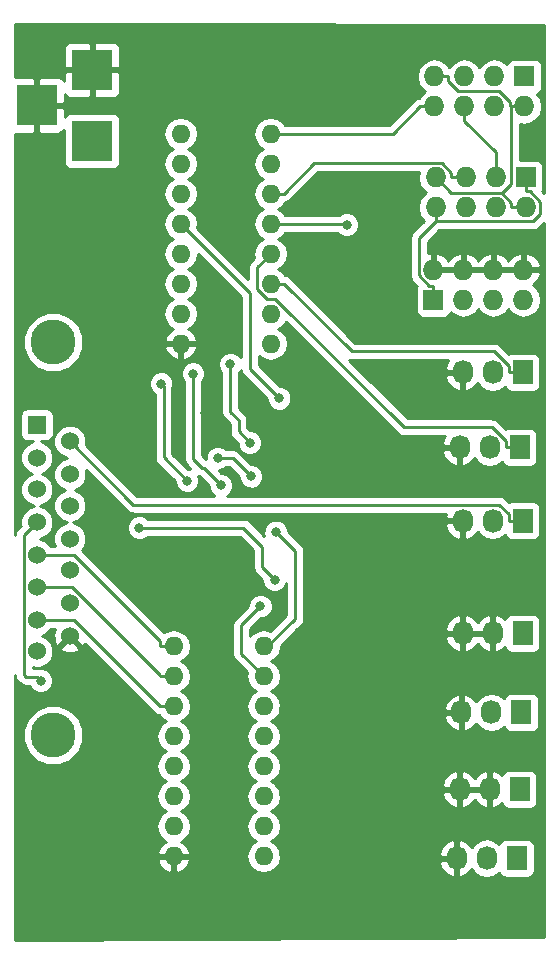
<source format=gbl>
G04 #@! TF.GenerationSoftware,KiCad,Pcbnew,(2017-09-22 revision df472e6)-master*
G04 #@! TF.CreationDate,2017-12-25T08:16:24-08:00*
G04 #@! TF.ProjectId,ody_adap,6F64795F616461702E6B696361645F70,rev?*
G04 #@! TF.SameCoordinates,Original*
G04 #@! TF.FileFunction,Copper,L2,Bot,Signal*
G04 #@! TF.FilePolarity,Positive*
%FSLAX46Y46*%
G04 Gerber Fmt 4.6, Leading zero omitted, Abs format (unit mm)*
G04 Created by KiCad (PCBNEW (2017-09-22 revision df472e6)-master) date Mon Dec 25 08:16:24 2017*
%MOMM*%
%LPD*%
G01*
G04 APERTURE LIST*
%ADD10R,3.500120X3.500120*%
%ADD11C,3.810000*%
%ADD12R,1.524000X1.524000*%
%ADD13C,1.524000*%
%ADD14O,1.727200X2.032000*%
%ADD15R,1.727200X2.032000*%
%ADD16O,1.727200X1.727200*%
%ADD17R,1.727200X1.727200*%
%ADD18O,1.600000X1.600000*%
%ADD19C,0.800000*%
%ADD20C,0.250000*%
%ADD21C,0.254000*%
G04 APERTURE END LIST*
D10*
X103500000Y-63600140D03*
X103500000Y-57600660D03*
X98801000Y-60600400D03*
D11*
X100227000Y-113929000D03*
X100227000Y-80655000D03*
D12*
X98830000Y-87640000D03*
D13*
X98830000Y-90434000D03*
X98830000Y-93101000D03*
X98830000Y-95895000D03*
X98830000Y-98689000D03*
X98830000Y-101356000D03*
X98830000Y-104150000D03*
X98830000Y-106817000D03*
X101624000Y-89037000D03*
X101624000Y-91831000D03*
X101624000Y-94498000D03*
X101624000Y-97292000D03*
X101624000Y-99959000D03*
X101624000Y-102753000D03*
X101624000Y-105547000D03*
D14*
X134370000Y-124350000D03*
X136910000Y-124350000D03*
D15*
X139450000Y-124350000D03*
D14*
X134770000Y-112000000D03*
X137310000Y-112000000D03*
D15*
X139850000Y-112000000D03*
X139950000Y-105300000D03*
D14*
X137410000Y-105300000D03*
X134870000Y-105300000D03*
D15*
X139700000Y-118500000D03*
D14*
X137160000Y-118500000D03*
X134620000Y-118500000D03*
D16*
X132480000Y-60690000D03*
X132480000Y-58150000D03*
X135020000Y-60690000D03*
X135020000Y-58150000D03*
X137560000Y-60690000D03*
X137560000Y-58150000D03*
X140100000Y-60690000D03*
D17*
X140100000Y-58150000D03*
X140200000Y-66700000D03*
D16*
X140200000Y-69240000D03*
X137660000Y-66700000D03*
X137660000Y-69240000D03*
X135120000Y-66700000D03*
X135120000Y-69240000D03*
X132580000Y-66700000D03*
X132580000Y-69240000D03*
D17*
X132400000Y-77050000D03*
D16*
X132400000Y-74510000D03*
X134940000Y-77050000D03*
X134940000Y-74510000D03*
X137480000Y-77050000D03*
X137480000Y-74510000D03*
X140020000Y-77050000D03*
X140020000Y-74510000D03*
D15*
X139950000Y-95750000D03*
D14*
X137410000Y-95750000D03*
X134870000Y-95750000D03*
D15*
X139950000Y-83200000D03*
D14*
X137410000Y-83200000D03*
X134870000Y-83200000D03*
X134620000Y-89550000D03*
X137160000Y-89550000D03*
D15*
X139700000Y-89550000D03*
D18*
X110400000Y-106400000D03*
X110400000Y-108940000D03*
X110400000Y-111480000D03*
X110400000Y-114020000D03*
X110400000Y-116560000D03*
X110400000Y-119100000D03*
X110400000Y-121640000D03*
X110400000Y-124180000D03*
X118020000Y-124180000D03*
X118020000Y-121640000D03*
X118020000Y-119100000D03*
X118020000Y-116560000D03*
X118020000Y-114020000D03*
X118020000Y-111480000D03*
X118020000Y-108940000D03*
X118020000Y-106400000D03*
X118620000Y-63000000D03*
X118620000Y-65540000D03*
X118620000Y-68080000D03*
X118620000Y-70620000D03*
X118620000Y-73160000D03*
X118620000Y-75700000D03*
X118620000Y-78240000D03*
X118620000Y-80780000D03*
X111000000Y-80780000D03*
X111000000Y-78240000D03*
X111000000Y-75700000D03*
X111000000Y-73160000D03*
X111000000Y-70620000D03*
X111000000Y-68080000D03*
X111000000Y-65540000D03*
X111000000Y-63000000D03*
D19*
X99500000Y-77150000D03*
X113050000Y-86650000D03*
X99350000Y-66350000D03*
X127850000Y-120250000D03*
X111600000Y-129450000D03*
X129400000Y-104800000D03*
X127850000Y-108450000D03*
X129950000Y-114050000D03*
X130000000Y-124800000D03*
X102200000Y-129250000D03*
X100900000Y-124600000D03*
X100750000Y-120000000D03*
X132500000Y-85900000D03*
X99150000Y-109300000D03*
X125050000Y-70700000D03*
X119050000Y-96700000D03*
X115200000Y-82500000D03*
X116850000Y-89150000D03*
X117750000Y-103000000D03*
X114150000Y-90450000D03*
X116950000Y-92000000D03*
X107500000Y-96350000D03*
X118950000Y-100750000D03*
X119350000Y-85400000D03*
X112050000Y-83300000D03*
X114400000Y-92750000D03*
X109350000Y-84150000D03*
X111550000Y-92400000D03*
D20*
X99500000Y-77150000D02*
X99500000Y-77250000D01*
X98550000Y-109000000D02*
X98850000Y-109000000D01*
X97711100Y-108811100D02*
X97900000Y-109000000D01*
X97900000Y-109000000D02*
X98550000Y-109000000D01*
X97711100Y-97013900D02*
X97711100Y-107267000D01*
X98830000Y-95895000D02*
X97711100Y-97013900D01*
X97711100Y-107267000D02*
X97711100Y-108811100D01*
X98850000Y-109000000D02*
X99150000Y-109300000D01*
X101986000Y-98689000D02*
X98830000Y-98689000D01*
X109275000Y-105978000D02*
X101986000Y-98689000D01*
X109275000Y-106400000D02*
X109275000Y-105978000D01*
X110400000Y-106400000D02*
X109275000Y-106400000D01*
X101831000Y-101356000D02*
X98830000Y-101356000D01*
X109275000Y-108799000D02*
X101831000Y-101356000D01*
X109275000Y-108940000D02*
X109275000Y-108799000D01*
X110400000Y-108940000D02*
X109275000Y-108940000D01*
X101945000Y-104150000D02*
X98830000Y-104150000D01*
X109275000Y-111480000D02*
X101945000Y-104150000D01*
X110400000Y-111480000D02*
X109275000Y-111480000D01*
X106986000Y-94398500D02*
X101624000Y-89037000D01*
X137930000Y-94398500D02*
X106986000Y-94398500D01*
X138761000Y-95229900D02*
X137930000Y-94398500D01*
X138761000Y-95750000D02*
X138761000Y-95229900D01*
X139950000Y-95750000D02*
X138761000Y-95750000D01*
X132580000Y-69240000D02*
X132580000Y-70428900D01*
X132400000Y-75861100D02*
X132400000Y-77050000D01*
X132028000Y-75861100D02*
X132400000Y-75861100D01*
X131164000Y-74996600D02*
X132028000Y-75861100D01*
X131164000Y-71844900D02*
X131164000Y-74996600D01*
X132580000Y-70428900D02*
X131164000Y-71844900D01*
X140800000Y-70428900D02*
X132580000Y-70428900D01*
X141431000Y-69798200D02*
X140800000Y-70428900D01*
X141431000Y-68748000D02*
X141431000Y-69798200D01*
X140572000Y-67888900D02*
X141431000Y-68748000D01*
X140200000Y-67888900D02*
X140572000Y-67888900D01*
X140200000Y-66700000D02*
X140200000Y-67888900D01*
X128981000Y-63000000D02*
X118620000Y-63000000D01*
X131291000Y-60690000D02*
X128981000Y-63000000D01*
X132480000Y-60690000D02*
X131291000Y-60690000D01*
X124970000Y-70620000D02*
X118620000Y-70620000D01*
X125050000Y-70700000D02*
X124970000Y-70620000D01*
X138911000Y-60690000D02*
X139011000Y-60690000D01*
X138911000Y-60318400D02*
X138911000Y-60690000D01*
X137932000Y-59338900D02*
X138911000Y-60318400D01*
X134486000Y-59338900D02*
X137932000Y-59338900D01*
X133669000Y-58521600D02*
X134486000Y-59338900D01*
X133669000Y-58150000D02*
X133669000Y-58521600D01*
X132480000Y-58150000D02*
X133669000Y-58150000D01*
X139011000Y-67233900D02*
X139011000Y-60690000D01*
X138194000Y-68051100D02*
X139011000Y-67233900D01*
X133931000Y-68051100D02*
X138194000Y-68051100D01*
X132580000Y-66700000D02*
X133931000Y-68051100D01*
X139011000Y-69240000D02*
X140200000Y-69240000D01*
X139011000Y-68868400D02*
X139011000Y-69240000D01*
X138194000Y-68051100D02*
X139011000Y-68868400D01*
X140100000Y-60690000D02*
X139011000Y-60690000D01*
X137660000Y-64518900D02*
X137660000Y-66700000D01*
X135020000Y-61878900D02*
X137660000Y-64518900D01*
X135020000Y-60690000D02*
X135020000Y-61878900D01*
X133931000Y-66700000D02*
X135120000Y-66700000D01*
X133931000Y-66328400D02*
X133931000Y-66700000D01*
X133114000Y-65511100D02*
X133931000Y-66328400D01*
X122314000Y-65511100D02*
X133114000Y-65511100D01*
X119745000Y-68080000D02*
X122314000Y-65511100D01*
X118620000Y-68080000D02*
X119745000Y-68080000D01*
X119745000Y-75700000D02*
X118620000Y-75700000D01*
X125480000Y-81434800D02*
X119745000Y-75700000D01*
X137516000Y-81434800D02*
X125480000Y-81434800D01*
X138761000Y-82679900D02*
X137516000Y-81434800D01*
X138761000Y-83200000D02*
X138761000Y-82679900D01*
X139950000Y-83200000D02*
X138761000Y-83200000D01*
X117481000Y-75200000D02*
X117481000Y-74299000D01*
X117481000Y-74299000D02*
X118620000Y-73160000D01*
X117481000Y-76156000D02*
X117481000Y-75200000D01*
X117481000Y-75200000D02*
X117481000Y-75142700D01*
X118295000Y-76970000D02*
X117481000Y-76156000D01*
X119020000Y-76970000D02*
X118295000Y-76970000D01*
X129901000Y-87851000D02*
X119020000Y-76970000D01*
X137332000Y-87851000D02*
X129901000Y-87851000D01*
X138511000Y-89029900D02*
X137332000Y-87851000D01*
X138511000Y-89550000D02*
X138511000Y-89029900D01*
X139700000Y-89550000D02*
X138511000Y-89550000D01*
X118020000Y-106400000D02*
X118350000Y-106400000D01*
X118350000Y-106400000D02*
X120700000Y-104050000D01*
X120700000Y-104050000D02*
X120700000Y-98350000D01*
X120700000Y-98350000D02*
X119050000Y-96700000D01*
X115200000Y-86550000D02*
X115200000Y-82500000D01*
X115900000Y-87250000D02*
X115200000Y-86550000D01*
X115900000Y-88200000D02*
X115900000Y-87250000D01*
X116850000Y-89150000D02*
X115900000Y-88200000D01*
X118020000Y-108940000D02*
X118020000Y-108920000D01*
X118020000Y-108920000D02*
X116150000Y-107050000D01*
X116150000Y-107050000D02*
X116150000Y-104600000D01*
X116150000Y-104600000D02*
X117750000Y-103000000D01*
X115400000Y-90450000D02*
X114150000Y-90450000D01*
X116950000Y-92000000D02*
X115400000Y-90450000D01*
X116300000Y-96350000D02*
X107500000Y-96350000D01*
X117900000Y-97950000D02*
X116300000Y-96350000D01*
X117900000Y-99700000D02*
X117900000Y-97950000D01*
X118950000Y-100750000D02*
X117900000Y-99700000D01*
X116850000Y-76470000D02*
X111000000Y-70620000D01*
X116850000Y-82900000D02*
X116850000Y-76470000D01*
X119350000Y-85400000D02*
X116850000Y-82900000D01*
X112050000Y-90550000D02*
X112050000Y-83300000D01*
X112800000Y-91300000D02*
X112050000Y-90550000D01*
X112950000Y-91300000D02*
X112800000Y-91300000D01*
X114400000Y-92750000D02*
X112950000Y-91300000D01*
X111550000Y-92400000D02*
X109550000Y-90400000D01*
X109550000Y-90400000D02*
X109550000Y-84350000D01*
X109550000Y-84350000D02*
X109350000Y-84150000D01*
X109350000Y-84150000D02*
X109300000Y-84150000D01*
D21*
G36*
X141790000Y-53824993D02*
X141790000Y-68032177D01*
X141624687Y-67866844D01*
X141661757Y-67811365D01*
X141711040Y-67563600D01*
X141711040Y-65836400D01*
X141661757Y-65588635D01*
X141521409Y-65378591D01*
X141311365Y-65238243D01*
X141063600Y-65188960D01*
X139771000Y-65188960D01*
X139771000Y-62152517D01*
X140100000Y-62217959D01*
X140673489Y-62103885D01*
X141159670Y-61779029D01*
X141484526Y-61292848D01*
X141598600Y-60719359D01*
X141598600Y-60660641D01*
X141484526Y-60087152D01*
X141172096Y-59619568D01*
X141211365Y-59611757D01*
X141421409Y-59471409D01*
X141561757Y-59261365D01*
X141611040Y-59013600D01*
X141611040Y-57286400D01*
X141561757Y-57038635D01*
X141421409Y-56828591D01*
X141211365Y-56688243D01*
X140963600Y-56638960D01*
X139236400Y-56638960D01*
X138988635Y-56688243D01*
X138778591Y-56828591D01*
X138638243Y-57038635D01*
X138630559Y-57077267D01*
X138619670Y-57060971D01*
X138133489Y-56736115D01*
X137560000Y-56622041D01*
X136986511Y-56736115D01*
X136500330Y-57060971D01*
X136290000Y-57375752D01*
X136079670Y-57060971D01*
X135593489Y-56736115D01*
X135020000Y-56622041D01*
X134446511Y-56736115D01*
X133960330Y-57060971D01*
X133750000Y-57375752D01*
X133539670Y-57060971D01*
X133053489Y-56736115D01*
X132480000Y-56622041D01*
X131906511Y-56736115D01*
X131420330Y-57060971D01*
X131095474Y-57547152D01*
X130981400Y-58120641D01*
X130981400Y-58179359D01*
X131095474Y-58752848D01*
X131420330Y-59239029D01*
X131691172Y-59420000D01*
X131420330Y-59600971D01*
X131186604Y-59950766D01*
X131000160Y-59987852D01*
X130753599Y-60152599D01*
X128666198Y-62240000D01*
X119832995Y-62240000D01*
X119662811Y-61985302D01*
X119197264Y-61674233D01*
X118648113Y-61565000D01*
X118591887Y-61565000D01*
X118042736Y-61674233D01*
X117577189Y-61985302D01*
X117266120Y-62450849D01*
X117156887Y-63000000D01*
X117266120Y-63549151D01*
X117577189Y-64014698D01*
X117959275Y-64270000D01*
X117577189Y-64525302D01*
X117266120Y-64990849D01*
X117156887Y-65540000D01*
X117266120Y-66089151D01*
X117577189Y-66554698D01*
X117959275Y-66810000D01*
X117577189Y-67065302D01*
X117266120Y-67530849D01*
X117156887Y-68080000D01*
X117266120Y-68629151D01*
X117577189Y-69094698D01*
X117959275Y-69350000D01*
X117577189Y-69605302D01*
X117266120Y-70070849D01*
X117156887Y-70620000D01*
X117266120Y-71169151D01*
X117577189Y-71634698D01*
X117959275Y-71890000D01*
X117577189Y-72145302D01*
X117266120Y-72610849D01*
X117156887Y-73160000D01*
X117221312Y-73483886D01*
X116943599Y-73761599D01*
X116778852Y-74008161D01*
X116721000Y-74299000D01*
X116721000Y-75266198D01*
X112398688Y-70943886D01*
X112463113Y-70620000D01*
X112353880Y-70070849D01*
X112042811Y-69605302D01*
X111660725Y-69350000D01*
X112042811Y-69094698D01*
X112353880Y-68629151D01*
X112463113Y-68080000D01*
X112353880Y-67530849D01*
X112042811Y-67065302D01*
X111660725Y-66810000D01*
X112042811Y-66554698D01*
X112353880Y-66089151D01*
X112463113Y-65540000D01*
X112353880Y-64990849D01*
X112042811Y-64525302D01*
X111660725Y-64270000D01*
X112042811Y-64014698D01*
X112353880Y-63549151D01*
X112463113Y-63000000D01*
X112353880Y-62450849D01*
X112042811Y-61985302D01*
X111577264Y-61674233D01*
X111028113Y-61565000D01*
X110971887Y-61565000D01*
X110422736Y-61674233D01*
X109957189Y-61985302D01*
X109646120Y-62450849D01*
X109536887Y-63000000D01*
X109646120Y-63549151D01*
X109957189Y-64014698D01*
X110339275Y-64270000D01*
X109957189Y-64525302D01*
X109646120Y-64990849D01*
X109536887Y-65540000D01*
X109646120Y-66089151D01*
X109957189Y-66554698D01*
X110339275Y-66810000D01*
X109957189Y-67065302D01*
X109646120Y-67530849D01*
X109536887Y-68080000D01*
X109646120Y-68629151D01*
X109957189Y-69094698D01*
X110339275Y-69350000D01*
X109957189Y-69605302D01*
X109646120Y-70070849D01*
X109536887Y-70620000D01*
X109646120Y-71169151D01*
X109957189Y-71634698D01*
X110339275Y-71890000D01*
X109957189Y-72145302D01*
X109646120Y-72610849D01*
X109536887Y-73160000D01*
X109646120Y-73709151D01*
X109957189Y-74174698D01*
X110339275Y-74430000D01*
X109957189Y-74685302D01*
X109646120Y-75150849D01*
X109536887Y-75700000D01*
X109646120Y-76249151D01*
X109957189Y-76714698D01*
X110339275Y-76970000D01*
X109957189Y-77225302D01*
X109646120Y-77690849D01*
X109536887Y-78240000D01*
X109646120Y-78789151D01*
X109957189Y-79254698D01*
X110361703Y-79524986D01*
X110144866Y-79627611D01*
X109768959Y-80042577D01*
X109608096Y-80430961D01*
X109730085Y-80653000D01*
X110873000Y-80653000D01*
X110873000Y-80633000D01*
X111127000Y-80633000D01*
X111127000Y-80653000D01*
X112269915Y-80653000D01*
X112391904Y-80430961D01*
X112231041Y-80042577D01*
X111855134Y-79627611D01*
X111638297Y-79524986D01*
X112042811Y-79254698D01*
X112353880Y-78789151D01*
X112463113Y-78240000D01*
X112353880Y-77690849D01*
X112042811Y-77225302D01*
X111660725Y-76970000D01*
X112042811Y-76714698D01*
X112353880Y-76249151D01*
X112463113Y-75700000D01*
X112353880Y-75150849D01*
X112042811Y-74685302D01*
X111660725Y-74430000D01*
X112042811Y-74174698D01*
X112353880Y-73709151D01*
X112463113Y-73160000D01*
X112462595Y-73157397D01*
X116090000Y-76784802D01*
X116090000Y-81943668D01*
X116077942Y-81914485D01*
X115787046Y-81623081D01*
X115406777Y-81465180D01*
X114995029Y-81464821D01*
X114614485Y-81622058D01*
X114323081Y-81912954D01*
X114165180Y-82293223D01*
X114164821Y-82704971D01*
X114322058Y-83085515D01*
X114440000Y-83203663D01*
X114440000Y-86550000D01*
X114497852Y-86840839D01*
X114662599Y-87087401D01*
X115140000Y-87564803D01*
X115140000Y-88200000D01*
X115197852Y-88490839D01*
X115362599Y-88737401D01*
X115814965Y-89189767D01*
X115814821Y-89354971D01*
X115972058Y-89735515D01*
X116262954Y-90026919D01*
X116643223Y-90184820D01*
X117054971Y-90185179D01*
X117435515Y-90027942D01*
X117551746Y-89911913D01*
X133134816Y-89911913D01*
X133328046Y-90464320D01*
X133717964Y-90900732D01*
X134245209Y-91154709D01*
X134260974Y-91157358D01*
X134493000Y-91036217D01*
X134493000Y-89677000D01*
X133279076Y-89677000D01*
X133134816Y-89911913D01*
X117551746Y-89911913D01*
X117726919Y-89737046D01*
X117884820Y-89356777D01*
X117885179Y-88945029D01*
X117727942Y-88564485D01*
X117437046Y-88273081D01*
X117056777Y-88115180D01*
X116889836Y-88115034D01*
X116660000Y-87885198D01*
X116660000Y-87250000D01*
X116602148Y-86959161D01*
X116523088Y-86840839D01*
X116437401Y-86712598D01*
X115960000Y-86235198D01*
X115960000Y-83203761D01*
X116076919Y-83087046D01*
X116110919Y-83005165D01*
X116147852Y-83190839D01*
X116312599Y-83437401D01*
X118314965Y-85439767D01*
X118314821Y-85604971D01*
X118472058Y-85985515D01*
X118762954Y-86276919D01*
X119143223Y-86434820D01*
X119554971Y-86435179D01*
X119935515Y-86277942D01*
X120226919Y-85987046D01*
X120384820Y-85606777D01*
X120385179Y-85195029D01*
X120227942Y-84814485D01*
X119937046Y-84523081D01*
X119556777Y-84365180D01*
X119389836Y-84365034D01*
X117610000Y-82585198D01*
X117610000Y-81816622D01*
X118042736Y-82105767D01*
X118591887Y-82215000D01*
X118648113Y-82215000D01*
X119197264Y-82105767D01*
X119662811Y-81794698D01*
X119973880Y-81329151D01*
X120083113Y-80780000D01*
X119973880Y-80230849D01*
X119662811Y-79765302D01*
X119280725Y-79510000D01*
X119662811Y-79254698D01*
X119889954Y-78914756D01*
X129363599Y-88388401D01*
X129610161Y-88553148D01*
X129901000Y-88611000D01*
X133350097Y-88611000D01*
X133328046Y-88635680D01*
X133134816Y-89188087D01*
X133279076Y-89423000D01*
X134493000Y-89423000D01*
X134493000Y-89403000D01*
X134747000Y-89403000D01*
X134747000Y-89423000D01*
X134767000Y-89423000D01*
X134767000Y-89677000D01*
X134747000Y-89677000D01*
X134747000Y-91036217D01*
X134979026Y-91157358D01*
X134994791Y-91154709D01*
X135522036Y-90900732D01*
X135893539Y-90484931D01*
X136100330Y-90794415D01*
X136586511Y-91119271D01*
X137160000Y-91233345D01*
X137733489Y-91119271D01*
X138219670Y-90794415D01*
X138231016Y-90777434D01*
X138238243Y-90813765D01*
X138378591Y-91023809D01*
X138588635Y-91164157D01*
X138836400Y-91213440D01*
X140563600Y-91213440D01*
X140811365Y-91164157D01*
X141021409Y-91023809D01*
X141161757Y-90813765D01*
X141211040Y-90566000D01*
X141211040Y-88534000D01*
X141161757Y-88286235D01*
X141021409Y-88076191D01*
X140811365Y-87935843D01*
X140563600Y-87886560D01*
X138836400Y-87886560D01*
X138588635Y-87935843D01*
X138530528Y-87974669D01*
X137869378Y-87313576D01*
X137744001Y-87229810D01*
X137622839Y-87148852D01*
X137622823Y-87148849D01*
X137622810Y-87148840D01*
X137478933Y-87120227D01*
X137332000Y-87091000D01*
X130215802Y-87091000D01*
X126686715Y-83561913D01*
X133384816Y-83561913D01*
X133578046Y-84114320D01*
X133967964Y-84550732D01*
X134495209Y-84804709D01*
X134510974Y-84807358D01*
X134743000Y-84686217D01*
X134743000Y-83327000D01*
X133529076Y-83327000D01*
X133384816Y-83561913D01*
X126686715Y-83561913D01*
X125279776Y-82154974D01*
X125335352Y-82166028D01*
X125480000Y-82194800D01*
X133659244Y-82194800D01*
X133578046Y-82285680D01*
X133384816Y-82838087D01*
X133529076Y-83073000D01*
X134743000Y-83073000D01*
X134743000Y-83053000D01*
X134997000Y-83053000D01*
X134997000Y-83073000D01*
X135017000Y-83073000D01*
X135017000Y-83327000D01*
X134997000Y-83327000D01*
X134997000Y-84686217D01*
X135229026Y-84807358D01*
X135244791Y-84804709D01*
X135772036Y-84550732D01*
X136143539Y-84134931D01*
X136350330Y-84444415D01*
X136836511Y-84769271D01*
X137410000Y-84883345D01*
X137983489Y-84769271D01*
X138469670Y-84444415D01*
X138481016Y-84427434D01*
X138488243Y-84463765D01*
X138628591Y-84673809D01*
X138838635Y-84814157D01*
X139086400Y-84863440D01*
X140813600Y-84863440D01*
X141061365Y-84814157D01*
X141271409Y-84673809D01*
X141411757Y-84463765D01*
X141461040Y-84216000D01*
X141461040Y-82184000D01*
X141411757Y-81936235D01*
X141271409Y-81726191D01*
X141061365Y-81585843D01*
X140813600Y-81536560D01*
X139086400Y-81536560D01*
X138838635Y-81585843D01*
X138780579Y-81624635D01*
X138053423Y-80897420D01*
X138053409Y-80897410D01*
X138053401Y-80897399D01*
X137939853Y-80821529D01*
X137806868Y-80732664D01*
X137806852Y-80732661D01*
X137806839Y-80732652D01*
X137660685Y-80703580D01*
X137516031Y-80674800D01*
X137516015Y-80674803D01*
X137516000Y-80674800D01*
X125794795Y-80674800D01*
X120282392Y-75162589D01*
X120142067Y-75068831D01*
X120035839Y-74997852D01*
X120035833Y-74997851D01*
X120035827Y-74997847D01*
X119889648Y-74968772D01*
X119846483Y-74960186D01*
X119662811Y-74685302D01*
X119280725Y-74430000D01*
X119662811Y-74174698D01*
X119973880Y-73709151D01*
X120083113Y-73160000D01*
X119973880Y-72610849D01*
X119662811Y-72145302D01*
X119280725Y-71890000D01*
X119662811Y-71634698D01*
X119832995Y-71380000D01*
X124266378Y-71380000D01*
X124462954Y-71576919D01*
X124843223Y-71734820D01*
X125254971Y-71735179D01*
X125635515Y-71577942D01*
X125926919Y-71287046D01*
X126084820Y-70906777D01*
X126085179Y-70495029D01*
X125927942Y-70114485D01*
X125637046Y-69823081D01*
X125256777Y-69665180D01*
X124845029Y-69664821D01*
X124464485Y-69822058D01*
X124426477Y-69860000D01*
X119832995Y-69860000D01*
X119662811Y-69605302D01*
X119280725Y-69350000D01*
X119662811Y-69094698D01*
X119846483Y-68819814D01*
X119880623Y-68813023D01*
X120035826Y-68782154D01*
X120035833Y-68782149D01*
X120035839Y-68782148D01*
X120130386Y-68718974D01*
X120282391Y-68617412D01*
X122628794Y-66271100D01*
X131160874Y-66271100D01*
X131081400Y-66670641D01*
X131081400Y-66729359D01*
X131195474Y-67302848D01*
X131520330Y-67789029D01*
X131791172Y-67970000D01*
X131520330Y-68150971D01*
X131195474Y-68637152D01*
X131081400Y-69210641D01*
X131081400Y-69269359D01*
X131195474Y-69842848D01*
X131520330Y-70329029D01*
X131571127Y-70362971D01*
X130626599Y-71307499D01*
X130461852Y-71554061D01*
X130404000Y-71844900D01*
X130404000Y-74996600D01*
X130432931Y-75142042D01*
X130461768Y-75287236D01*
X130461830Y-75287329D01*
X130461852Y-75287439D01*
X130543184Y-75409161D01*
X130626443Y-75533846D01*
X130975408Y-75883013D01*
X130938243Y-75938635D01*
X130888960Y-76186400D01*
X130888960Y-77913600D01*
X130938243Y-78161365D01*
X131078591Y-78371409D01*
X131288635Y-78511757D01*
X131536400Y-78561040D01*
X133263600Y-78561040D01*
X133511365Y-78511757D01*
X133721409Y-78371409D01*
X133861757Y-78161365D01*
X133869441Y-78122733D01*
X133880330Y-78139029D01*
X134366511Y-78463885D01*
X134940000Y-78577959D01*
X135513489Y-78463885D01*
X135999670Y-78139029D01*
X136210000Y-77824248D01*
X136420330Y-78139029D01*
X136906511Y-78463885D01*
X137480000Y-78577959D01*
X138053489Y-78463885D01*
X138539670Y-78139029D01*
X138750000Y-77824248D01*
X138960330Y-78139029D01*
X139446511Y-78463885D01*
X140020000Y-78577959D01*
X140593489Y-78463885D01*
X141079670Y-78139029D01*
X141404526Y-77652848D01*
X141518600Y-77079359D01*
X141518600Y-77020641D01*
X141404526Y-76447152D01*
X141079670Y-75960971D01*
X140808839Y-75780008D01*
X141226821Y-75398490D01*
X141474968Y-74869027D01*
X141354469Y-74637000D01*
X140147000Y-74637000D01*
X140147000Y-74657000D01*
X139893000Y-74657000D01*
X139893000Y-74637000D01*
X137607000Y-74637000D01*
X137607000Y-74657000D01*
X137353000Y-74657000D01*
X137353000Y-74637000D01*
X135067000Y-74637000D01*
X135067000Y-74657000D01*
X134813000Y-74657000D01*
X134813000Y-74637000D01*
X132527000Y-74637000D01*
X132527000Y-74657000D01*
X132273000Y-74657000D01*
X132273000Y-74637000D01*
X132253000Y-74637000D01*
X132253000Y-74383000D01*
X132273000Y-74383000D01*
X132273000Y-73176183D01*
X132527000Y-73176183D01*
X132527000Y-74383000D01*
X134813000Y-74383000D01*
X134813000Y-73176183D01*
X135067000Y-73176183D01*
X135067000Y-74383000D01*
X137353000Y-74383000D01*
X137353000Y-73176183D01*
X137607000Y-73176183D01*
X137607000Y-74383000D01*
X139893000Y-74383000D01*
X139893000Y-73176183D01*
X140147000Y-73176183D01*
X140147000Y-74383000D01*
X141354469Y-74383000D01*
X141474968Y-74150973D01*
X141226821Y-73621510D01*
X140794947Y-73227312D01*
X140379026Y-73055042D01*
X140147000Y-73176183D01*
X139893000Y-73176183D01*
X139660974Y-73055042D01*
X139245053Y-73227312D01*
X138813179Y-73621510D01*
X138750000Y-73756313D01*
X138686821Y-73621510D01*
X138254947Y-73227312D01*
X137839026Y-73055042D01*
X137607000Y-73176183D01*
X137353000Y-73176183D01*
X137120974Y-73055042D01*
X136705053Y-73227312D01*
X136273179Y-73621510D01*
X136210000Y-73756313D01*
X136146821Y-73621510D01*
X135714947Y-73227312D01*
X135299026Y-73055042D01*
X135067000Y-73176183D01*
X134813000Y-73176183D01*
X134580974Y-73055042D01*
X134165053Y-73227312D01*
X133733179Y-73621510D01*
X133670000Y-73756313D01*
X133606821Y-73621510D01*
X133174947Y-73227312D01*
X132759026Y-73055042D01*
X132527000Y-73176183D01*
X132273000Y-73176183D01*
X132040974Y-73055042D01*
X131924000Y-73103491D01*
X131924000Y-72159702D01*
X132894802Y-71188900D01*
X140800000Y-71188900D01*
X140945696Y-71159919D01*
X141090672Y-71131117D01*
X141090748Y-71131066D01*
X141090839Y-71131048D01*
X141214135Y-71048664D01*
X141337273Y-70966429D01*
X141790000Y-70513918D01*
X141790000Y-131023928D01*
X96960000Y-131222291D01*
X96960000Y-124529039D01*
X109008096Y-124529039D01*
X109168959Y-124917423D01*
X109544866Y-125332389D01*
X110050959Y-125571914D01*
X110273000Y-125450629D01*
X110273000Y-124307000D01*
X110527000Y-124307000D01*
X110527000Y-125450629D01*
X110749041Y-125571914D01*
X111255134Y-125332389D01*
X111631041Y-124917423D01*
X111791904Y-124529039D01*
X111669915Y-124307000D01*
X110527000Y-124307000D01*
X110273000Y-124307000D01*
X109130085Y-124307000D01*
X109008096Y-124529039D01*
X96960000Y-124529039D01*
X96960000Y-114432021D01*
X97686560Y-114432021D01*
X98072437Y-115365915D01*
X98786327Y-116081052D01*
X99719546Y-116468559D01*
X100730021Y-116469440D01*
X101663915Y-116083563D01*
X102379052Y-115369673D01*
X102766559Y-114436454D01*
X102767440Y-113425979D01*
X102381563Y-112492085D01*
X101667673Y-111776948D01*
X100734454Y-111389441D01*
X99723979Y-111388560D01*
X98790085Y-111774437D01*
X98074948Y-112488327D01*
X97687441Y-113421546D01*
X97686560Y-114432021D01*
X96960000Y-114432021D01*
X96960000Y-108855843D01*
X97008952Y-109101939D01*
X97173699Y-109348501D01*
X97362599Y-109537401D01*
X97609161Y-109702148D01*
X97900000Y-109760000D01*
X98220196Y-109760000D01*
X98272058Y-109885515D01*
X98562954Y-110176919D01*
X98943223Y-110334820D01*
X99354971Y-110335179D01*
X99735515Y-110177942D01*
X100026919Y-109887046D01*
X100184820Y-109506777D01*
X100185179Y-109095029D01*
X100027942Y-108714485D01*
X99737046Y-108423081D01*
X99356777Y-108265180D01*
X98974913Y-108264847D01*
X98850000Y-108240000D01*
X98471100Y-108240000D01*
X98471100Y-108180621D01*
X98550900Y-108213757D01*
X99106661Y-108214242D01*
X99620303Y-108002010D01*
X100013629Y-107609370D01*
X100226757Y-107096100D01*
X100227242Y-106540339D01*
X100221819Y-106527213D01*
X100823392Y-106527213D01*
X100892857Y-106769397D01*
X101416302Y-106956144D01*
X101971368Y-106928362D01*
X102355143Y-106769397D01*
X102424608Y-106527213D01*
X101624000Y-105726605D01*
X100823392Y-106527213D01*
X100221819Y-106527213D01*
X100015010Y-106026697D01*
X99622370Y-105633371D01*
X99261185Y-105483394D01*
X99620303Y-105335010D01*
X100013629Y-104942370D01*
X100027070Y-104910000D01*
X100368016Y-104910000D01*
X100214856Y-105339302D01*
X100242638Y-105894368D01*
X100401603Y-106278143D01*
X100643787Y-106347608D01*
X101444395Y-105547000D01*
X101430253Y-105532858D01*
X101609858Y-105353253D01*
X101624000Y-105367395D01*
X101638143Y-105353253D01*
X101817748Y-105532858D01*
X101803605Y-105547000D01*
X102604213Y-106347608D01*
X102846397Y-106278143D01*
X102886351Y-106166153D01*
X108737599Y-112017401D01*
X108984160Y-112182148D01*
X109032414Y-112191746D01*
X109173517Y-112219814D01*
X109357189Y-112494698D01*
X109739275Y-112750000D01*
X109357189Y-113005302D01*
X109046120Y-113470849D01*
X108936887Y-114020000D01*
X109046120Y-114569151D01*
X109357189Y-115034698D01*
X109739275Y-115290000D01*
X109357189Y-115545302D01*
X109046120Y-116010849D01*
X108936887Y-116560000D01*
X109046120Y-117109151D01*
X109357189Y-117574698D01*
X109739275Y-117830000D01*
X109357189Y-118085302D01*
X109046120Y-118550849D01*
X108936887Y-119100000D01*
X109046120Y-119649151D01*
X109357189Y-120114698D01*
X109739275Y-120370000D01*
X109357189Y-120625302D01*
X109046120Y-121090849D01*
X108936887Y-121640000D01*
X109046120Y-122189151D01*
X109357189Y-122654698D01*
X109761703Y-122924986D01*
X109544866Y-123027611D01*
X109168959Y-123442577D01*
X109008096Y-123830961D01*
X109130085Y-124053000D01*
X110273000Y-124053000D01*
X110273000Y-124033000D01*
X110527000Y-124033000D01*
X110527000Y-124053000D01*
X111669915Y-124053000D01*
X111791904Y-123830961D01*
X111631041Y-123442577D01*
X111255134Y-123027611D01*
X111038297Y-122924986D01*
X111442811Y-122654698D01*
X111753880Y-122189151D01*
X111863113Y-121640000D01*
X111753880Y-121090849D01*
X111442811Y-120625302D01*
X111060725Y-120370000D01*
X111442811Y-120114698D01*
X111753880Y-119649151D01*
X111863113Y-119100000D01*
X111753880Y-118550849D01*
X111442811Y-118085302D01*
X111060725Y-117830000D01*
X111442811Y-117574698D01*
X111753880Y-117109151D01*
X111863113Y-116560000D01*
X111753880Y-116010849D01*
X111442811Y-115545302D01*
X111060725Y-115290000D01*
X111442811Y-115034698D01*
X111753880Y-114569151D01*
X111863113Y-114020000D01*
X111753880Y-113470849D01*
X111442811Y-113005302D01*
X111060725Y-112750000D01*
X111442811Y-112494698D01*
X111753880Y-112029151D01*
X111863113Y-111480000D01*
X111753880Y-110930849D01*
X111442811Y-110465302D01*
X111060725Y-110210000D01*
X111442811Y-109954698D01*
X111753880Y-109489151D01*
X111863113Y-108940000D01*
X111753880Y-108390849D01*
X111442811Y-107925302D01*
X111060725Y-107670000D01*
X111442811Y-107414698D01*
X111753880Y-106949151D01*
X111863113Y-106400000D01*
X111753880Y-105850849D01*
X111442811Y-105385302D01*
X110977264Y-105074233D01*
X110428113Y-104965000D01*
X110371887Y-104965000D01*
X109822736Y-105074233D01*
X109596920Y-105225118D01*
X102631747Y-98259945D01*
X102807629Y-98084370D01*
X103020757Y-97571100D01*
X103021242Y-97015339D01*
X102831023Y-96554971D01*
X106464821Y-96554971D01*
X106622058Y-96935515D01*
X106912954Y-97226919D01*
X107293223Y-97384820D01*
X107704971Y-97385179D01*
X108085515Y-97227942D01*
X108203663Y-97110000D01*
X115985198Y-97110000D01*
X117140000Y-98264802D01*
X117140000Y-99700000D01*
X117197852Y-99990839D01*
X117362599Y-100237401D01*
X117914965Y-100789767D01*
X117914821Y-100954971D01*
X118072058Y-101335515D01*
X118362954Y-101626919D01*
X118743223Y-101784820D01*
X119154971Y-101785179D01*
X119535515Y-101627942D01*
X119826919Y-101337046D01*
X119940000Y-101064716D01*
X119940000Y-103735198D01*
X118599483Y-105075715D01*
X118597264Y-105074233D01*
X118048113Y-104965000D01*
X117991887Y-104965000D01*
X117442736Y-105074233D01*
X116977189Y-105385302D01*
X116910000Y-105485857D01*
X116910000Y-104914802D01*
X117789767Y-104035035D01*
X117954971Y-104035179D01*
X118335515Y-103877942D01*
X118626919Y-103587046D01*
X118784820Y-103206777D01*
X118785179Y-102795029D01*
X118627942Y-102414485D01*
X118337046Y-102123081D01*
X117956777Y-101965180D01*
X117545029Y-101964821D01*
X117164485Y-102122058D01*
X116873081Y-102412954D01*
X116715180Y-102793223D01*
X116715034Y-102960164D01*
X115612599Y-104062599D01*
X115447852Y-104309161D01*
X115390000Y-104600000D01*
X115390000Y-107050000D01*
X115447852Y-107340839D01*
X115612599Y-107587401D01*
X116624630Y-108599432D01*
X116556887Y-108940000D01*
X116666120Y-109489151D01*
X116977189Y-109954698D01*
X117359275Y-110210000D01*
X116977189Y-110465302D01*
X116666120Y-110930849D01*
X116556887Y-111480000D01*
X116666120Y-112029151D01*
X116977189Y-112494698D01*
X117359275Y-112750000D01*
X116977189Y-113005302D01*
X116666120Y-113470849D01*
X116556887Y-114020000D01*
X116666120Y-114569151D01*
X116977189Y-115034698D01*
X117359275Y-115290000D01*
X116977189Y-115545302D01*
X116666120Y-116010849D01*
X116556887Y-116560000D01*
X116666120Y-117109151D01*
X116977189Y-117574698D01*
X117359275Y-117830000D01*
X116977189Y-118085302D01*
X116666120Y-118550849D01*
X116556887Y-119100000D01*
X116666120Y-119649151D01*
X116977189Y-120114698D01*
X117359275Y-120370000D01*
X116977189Y-120625302D01*
X116666120Y-121090849D01*
X116556887Y-121640000D01*
X116666120Y-122189151D01*
X116977189Y-122654698D01*
X117359275Y-122910000D01*
X116977189Y-123165302D01*
X116666120Y-123630849D01*
X116556887Y-124180000D01*
X116666120Y-124729151D01*
X116977189Y-125194698D01*
X117442736Y-125505767D01*
X117991887Y-125615000D01*
X118048113Y-125615000D01*
X118597264Y-125505767D01*
X119062811Y-125194698D01*
X119373880Y-124729151D01*
X119377308Y-124711913D01*
X132884816Y-124711913D01*
X133078046Y-125264320D01*
X133467964Y-125700732D01*
X133995209Y-125954709D01*
X134010974Y-125957358D01*
X134243000Y-125836217D01*
X134243000Y-124477000D01*
X133029076Y-124477000D01*
X132884816Y-124711913D01*
X119377308Y-124711913D01*
X119483113Y-124180000D01*
X119444940Y-123988087D01*
X132884816Y-123988087D01*
X133029076Y-124223000D01*
X134243000Y-124223000D01*
X134243000Y-122863783D01*
X134497000Y-122863783D01*
X134497000Y-124223000D01*
X134517000Y-124223000D01*
X134517000Y-124477000D01*
X134497000Y-124477000D01*
X134497000Y-125836217D01*
X134729026Y-125957358D01*
X134744791Y-125954709D01*
X135272036Y-125700732D01*
X135643539Y-125284931D01*
X135850330Y-125594415D01*
X136336511Y-125919271D01*
X136910000Y-126033345D01*
X137483489Y-125919271D01*
X137969670Y-125594415D01*
X137981016Y-125577434D01*
X137988243Y-125613765D01*
X138128591Y-125823809D01*
X138338635Y-125964157D01*
X138586400Y-126013440D01*
X140313600Y-126013440D01*
X140561365Y-125964157D01*
X140771409Y-125823809D01*
X140911757Y-125613765D01*
X140961040Y-125366000D01*
X140961040Y-123334000D01*
X140911757Y-123086235D01*
X140771409Y-122876191D01*
X140561365Y-122735843D01*
X140313600Y-122686560D01*
X138586400Y-122686560D01*
X138338635Y-122735843D01*
X138128591Y-122876191D01*
X137988243Y-123086235D01*
X137981016Y-123122566D01*
X137969670Y-123105585D01*
X137483489Y-122780729D01*
X136910000Y-122666655D01*
X136336511Y-122780729D01*
X135850330Y-123105585D01*
X135643539Y-123415069D01*
X135272036Y-122999268D01*
X134744791Y-122745291D01*
X134729026Y-122742642D01*
X134497000Y-122863783D01*
X134243000Y-122863783D01*
X134010974Y-122742642D01*
X133995209Y-122745291D01*
X133467964Y-122999268D01*
X133078046Y-123435680D01*
X132884816Y-123988087D01*
X119444940Y-123988087D01*
X119373880Y-123630849D01*
X119062811Y-123165302D01*
X118680725Y-122910000D01*
X119062811Y-122654698D01*
X119373880Y-122189151D01*
X119483113Y-121640000D01*
X119373880Y-121090849D01*
X119062811Y-120625302D01*
X118680725Y-120370000D01*
X119062811Y-120114698D01*
X119373880Y-119649151D01*
X119483113Y-119100000D01*
X119435755Y-118861913D01*
X133134816Y-118861913D01*
X133328046Y-119414320D01*
X133717964Y-119850732D01*
X134245209Y-120104709D01*
X134260974Y-120107358D01*
X134493000Y-119986217D01*
X134493000Y-118627000D01*
X134747000Y-118627000D01*
X134747000Y-119986217D01*
X134979026Y-120107358D01*
X134994791Y-120104709D01*
X135522036Y-119850732D01*
X135890000Y-119438892D01*
X136257964Y-119850732D01*
X136785209Y-120104709D01*
X136800974Y-120107358D01*
X137033000Y-119986217D01*
X137033000Y-118627000D01*
X134747000Y-118627000D01*
X134493000Y-118627000D01*
X133279076Y-118627000D01*
X133134816Y-118861913D01*
X119435755Y-118861913D01*
X119373880Y-118550849D01*
X119098081Y-118138087D01*
X133134816Y-118138087D01*
X133279076Y-118373000D01*
X134493000Y-118373000D01*
X134493000Y-117013783D01*
X134747000Y-117013783D01*
X134747000Y-118373000D01*
X137033000Y-118373000D01*
X137033000Y-117013783D01*
X137287000Y-117013783D01*
X137287000Y-118373000D01*
X137307000Y-118373000D01*
X137307000Y-118627000D01*
X137287000Y-118627000D01*
X137287000Y-119986217D01*
X137519026Y-120107358D01*
X137534791Y-120104709D01*
X138062036Y-119850732D01*
X138220306Y-119673590D01*
X138238243Y-119763765D01*
X138378591Y-119973809D01*
X138588635Y-120114157D01*
X138836400Y-120163440D01*
X140563600Y-120163440D01*
X140811365Y-120114157D01*
X141021409Y-119973809D01*
X141161757Y-119763765D01*
X141211040Y-119516000D01*
X141211040Y-117484000D01*
X141161757Y-117236235D01*
X141021409Y-117026191D01*
X140811365Y-116885843D01*
X140563600Y-116836560D01*
X138836400Y-116836560D01*
X138588635Y-116885843D01*
X138378591Y-117026191D01*
X138238243Y-117236235D01*
X138220306Y-117326410D01*
X138062036Y-117149268D01*
X137534791Y-116895291D01*
X137519026Y-116892642D01*
X137287000Y-117013783D01*
X137033000Y-117013783D01*
X136800974Y-116892642D01*
X136785209Y-116895291D01*
X136257964Y-117149268D01*
X135890000Y-117561108D01*
X135522036Y-117149268D01*
X134994791Y-116895291D01*
X134979026Y-116892642D01*
X134747000Y-117013783D01*
X134493000Y-117013783D01*
X134260974Y-116892642D01*
X134245209Y-116895291D01*
X133717964Y-117149268D01*
X133328046Y-117585680D01*
X133134816Y-118138087D01*
X119098081Y-118138087D01*
X119062811Y-118085302D01*
X118680725Y-117830000D01*
X119062811Y-117574698D01*
X119373880Y-117109151D01*
X119483113Y-116560000D01*
X119373880Y-116010849D01*
X119062811Y-115545302D01*
X118680725Y-115290000D01*
X119062811Y-115034698D01*
X119373880Y-114569151D01*
X119483113Y-114020000D01*
X119373880Y-113470849D01*
X119062811Y-113005302D01*
X118680725Y-112750000D01*
X119062811Y-112494698D01*
X119151535Y-112361913D01*
X133284816Y-112361913D01*
X133478046Y-112914320D01*
X133867964Y-113350732D01*
X134395209Y-113604709D01*
X134410974Y-113607358D01*
X134643000Y-113486217D01*
X134643000Y-112127000D01*
X133429076Y-112127000D01*
X133284816Y-112361913D01*
X119151535Y-112361913D01*
X119373880Y-112029151D01*
X119451667Y-111638087D01*
X133284816Y-111638087D01*
X133429076Y-111873000D01*
X134643000Y-111873000D01*
X134643000Y-110513783D01*
X134897000Y-110513783D01*
X134897000Y-111873000D01*
X134917000Y-111873000D01*
X134917000Y-112127000D01*
X134897000Y-112127000D01*
X134897000Y-113486217D01*
X135129026Y-113607358D01*
X135144791Y-113604709D01*
X135672036Y-113350732D01*
X136043539Y-112934931D01*
X136250330Y-113244415D01*
X136736511Y-113569271D01*
X137310000Y-113683345D01*
X137883489Y-113569271D01*
X138369670Y-113244415D01*
X138381016Y-113227434D01*
X138388243Y-113263765D01*
X138528591Y-113473809D01*
X138738635Y-113614157D01*
X138986400Y-113663440D01*
X140713600Y-113663440D01*
X140961365Y-113614157D01*
X141171409Y-113473809D01*
X141311757Y-113263765D01*
X141361040Y-113016000D01*
X141361040Y-110984000D01*
X141311757Y-110736235D01*
X141171409Y-110526191D01*
X140961365Y-110385843D01*
X140713600Y-110336560D01*
X138986400Y-110336560D01*
X138738635Y-110385843D01*
X138528591Y-110526191D01*
X138388243Y-110736235D01*
X138381016Y-110772566D01*
X138369670Y-110755585D01*
X137883489Y-110430729D01*
X137310000Y-110316655D01*
X136736511Y-110430729D01*
X136250330Y-110755585D01*
X136043539Y-111065069D01*
X135672036Y-110649268D01*
X135144791Y-110395291D01*
X135129026Y-110392642D01*
X134897000Y-110513783D01*
X134643000Y-110513783D01*
X134410974Y-110392642D01*
X134395209Y-110395291D01*
X133867964Y-110649268D01*
X133478046Y-111085680D01*
X133284816Y-111638087D01*
X119451667Y-111638087D01*
X119483113Y-111480000D01*
X119373880Y-110930849D01*
X119062811Y-110465302D01*
X118680725Y-110210000D01*
X119062811Y-109954698D01*
X119373880Y-109489151D01*
X119483113Y-108940000D01*
X119373880Y-108390849D01*
X119062811Y-107925302D01*
X118680725Y-107670000D01*
X119062811Y-107414698D01*
X119373880Y-106949151D01*
X119483113Y-106400000D01*
X119473439Y-106351363D01*
X120162889Y-105661913D01*
X133384816Y-105661913D01*
X133578046Y-106214320D01*
X133967964Y-106650732D01*
X134495209Y-106904709D01*
X134510974Y-106907358D01*
X134743000Y-106786217D01*
X134743000Y-105427000D01*
X134997000Y-105427000D01*
X134997000Y-106786217D01*
X135229026Y-106907358D01*
X135244791Y-106904709D01*
X135772036Y-106650732D01*
X136140000Y-106238892D01*
X136507964Y-106650732D01*
X137035209Y-106904709D01*
X137050974Y-106907358D01*
X137283000Y-106786217D01*
X137283000Y-105427000D01*
X134997000Y-105427000D01*
X134743000Y-105427000D01*
X133529076Y-105427000D01*
X133384816Y-105661913D01*
X120162889Y-105661913D01*
X120886715Y-104938087D01*
X133384816Y-104938087D01*
X133529076Y-105173000D01*
X134743000Y-105173000D01*
X134743000Y-103813783D01*
X134997000Y-103813783D01*
X134997000Y-105173000D01*
X137283000Y-105173000D01*
X137283000Y-103813783D01*
X137537000Y-103813783D01*
X137537000Y-105173000D01*
X137557000Y-105173000D01*
X137557000Y-105427000D01*
X137537000Y-105427000D01*
X137537000Y-106786217D01*
X137769026Y-106907358D01*
X137784791Y-106904709D01*
X138312036Y-106650732D01*
X138470306Y-106473590D01*
X138488243Y-106563765D01*
X138628591Y-106773809D01*
X138838635Y-106914157D01*
X139086400Y-106963440D01*
X140813600Y-106963440D01*
X141061365Y-106914157D01*
X141271409Y-106773809D01*
X141411757Y-106563765D01*
X141461040Y-106316000D01*
X141461040Y-104284000D01*
X141411757Y-104036235D01*
X141271409Y-103826191D01*
X141061365Y-103685843D01*
X140813600Y-103636560D01*
X139086400Y-103636560D01*
X138838635Y-103685843D01*
X138628591Y-103826191D01*
X138488243Y-104036235D01*
X138470306Y-104126410D01*
X138312036Y-103949268D01*
X137784791Y-103695291D01*
X137769026Y-103692642D01*
X137537000Y-103813783D01*
X137283000Y-103813783D01*
X137050974Y-103692642D01*
X137035209Y-103695291D01*
X136507964Y-103949268D01*
X136140000Y-104361108D01*
X135772036Y-103949268D01*
X135244791Y-103695291D01*
X135229026Y-103692642D01*
X134997000Y-103813783D01*
X134743000Y-103813783D01*
X134510974Y-103692642D01*
X134495209Y-103695291D01*
X133967964Y-103949268D01*
X133578046Y-104385680D01*
X133384816Y-104938087D01*
X120886715Y-104938087D01*
X121237401Y-104587401D01*
X121402148Y-104340839D01*
X121460000Y-104050000D01*
X121460000Y-98350000D01*
X121420535Y-98151599D01*
X121402148Y-98059160D01*
X121237401Y-97812599D01*
X120085035Y-96660233D01*
X120085179Y-96495029D01*
X119927942Y-96114485D01*
X119925375Y-96111913D01*
X133384816Y-96111913D01*
X133578046Y-96664320D01*
X133967964Y-97100732D01*
X134495209Y-97354709D01*
X134510974Y-97357358D01*
X134743000Y-97236217D01*
X134743000Y-95877000D01*
X133529076Y-95877000D01*
X133384816Y-96111913D01*
X119925375Y-96111913D01*
X119637046Y-95823081D01*
X119256777Y-95665180D01*
X118845029Y-95664821D01*
X118464485Y-95822058D01*
X118173081Y-96112954D01*
X118015180Y-96493223D01*
X118014821Y-96904971D01*
X118074706Y-97049904D01*
X116837401Y-95812599D01*
X116590839Y-95647852D01*
X116300000Y-95590000D01*
X108203761Y-95590000D01*
X108087046Y-95473081D01*
X107706777Y-95315180D01*
X107295029Y-95314821D01*
X106914485Y-95472058D01*
X106623081Y-95762954D01*
X106465180Y-96143223D01*
X106464821Y-96554971D01*
X102831023Y-96554971D01*
X102809010Y-96501697D01*
X102416370Y-96108371D01*
X101903100Y-95895243D01*
X101900664Y-95895241D01*
X102414303Y-95683010D01*
X102807629Y-95290370D01*
X103020757Y-94777100D01*
X103021242Y-94221339D01*
X102809010Y-93707697D01*
X102416370Y-93314371D01*
X102055185Y-93164394D01*
X102414303Y-93016010D01*
X102807629Y-92623370D01*
X103020757Y-92110100D01*
X103021242Y-91554339D01*
X102989224Y-91476849D01*
X106448624Y-94935927D01*
X106580763Y-95024210D01*
X106695161Y-95100648D01*
X106695178Y-95100651D01*
X106695194Y-95100662D01*
X106843354Y-95130126D01*
X106986000Y-95158500D01*
X133465125Y-95158500D01*
X133384816Y-95388087D01*
X133529076Y-95623000D01*
X134743000Y-95623000D01*
X134743000Y-95603000D01*
X134997000Y-95603000D01*
X134997000Y-95623000D01*
X135017000Y-95623000D01*
X135017000Y-95877000D01*
X134997000Y-95877000D01*
X134997000Y-97236217D01*
X135229026Y-97357358D01*
X135244791Y-97354709D01*
X135772036Y-97100732D01*
X136143539Y-96684931D01*
X136350330Y-96994415D01*
X136836511Y-97319271D01*
X137410000Y-97433345D01*
X137983489Y-97319271D01*
X138469670Y-96994415D01*
X138481016Y-96977434D01*
X138488243Y-97013765D01*
X138628591Y-97223809D01*
X138838635Y-97364157D01*
X139086400Y-97413440D01*
X140813600Y-97413440D01*
X141061365Y-97364157D01*
X141271409Y-97223809D01*
X141411757Y-97013765D01*
X141461040Y-96766000D01*
X141461040Y-94734000D01*
X141411757Y-94486235D01*
X141271409Y-94276191D01*
X141061365Y-94135843D01*
X140813600Y-94086560D01*
X139086400Y-94086560D01*
X138838635Y-94135843D01*
X138780703Y-94174552D01*
X138467530Y-93861228D01*
X138467453Y-93861176D01*
X138467401Y-93861099D01*
X138344437Y-93778937D01*
X138221008Y-93696422D01*
X138220916Y-93696404D01*
X138220839Y-93696352D01*
X138075631Y-93667468D01*
X137930183Y-93638500D01*
X137930091Y-93638518D01*
X137930000Y-93638500D01*
X114959963Y-93638500D01*
X114985515Y-93627942D01*
X115276919Y-93337046D01*
X115434820Y-92956777D01*
X115435179Y-92545029D01*
X115277942Y-92164485D01*
X114987046Y-91873081D01*
X114606777Y-91715180D01*
X114439836Y-91715034D01*
X114209854Y-91485052D01*
X114354971Y-91485179D01*
X114735515Y-91327942D01*
X114853663Y-91210000D01*
X115085198Y-91210000D01*
X115914965Y-92039767D01*
X115914821Y-92204971D01*
X116072058Y-92585515D01*
X116362954Y-92876919D01*
X116743223Y-93034820D01*
X117154971Y-93035179D01*
X117535515Y-92877942D01*
X117826919Y-92587046D01*
X117984820Y-92206777D01*
X117985179Y-91795029D01*
X117827942Y-91414485D01*
X117537046Y-91123081D01*
X117156777Y-90965180D01*
X116989836Y-90965034D01*
X115937401Y-89912599D01*
X115690839Y-89747852D01*
X115400000Y-89690000D01*
X114853761Y-89690000D01*
X114737046Y-89573081D01*
X114356777Y-89415180D01*
X113945029Y-89414821D01*
X113564485Y-89572058D01*
X113273081Y-89862954D01*
X113115180Y-90243223D01*
X113114921Y-90540119D01*
X112810000Y-90235198D01*
X112810000Y-84003761D01*
X112926919Y-83887046D01*
X113084820Y-83506777D01*
X113085179Y-83095029D01*
X112927942Y-82714485D01*
X112637046Y-82423081D01*
X112256777Y-82265180D01*
X111845029Y-82264821D01*
X111464485Y-82422058D01*
X111173081Y-82712954D01*
X111015180Y-83093223D01*
X111014821Y-83504971D01*
X111172058Y-83885515D01*
X111290000Y-84003663D01*
X111290000Y-90550000D01*
X111347852Y-90840839D01*
X111512599Y-91087401D01*
X111814238Y-91389040D01*
X111756777Y-91365180D01*
X111589836Y-91365034D01*
X110310000Y-90085198D01*
X110310000Y-84536964D01*
X110384820Y-84356777D01*
X110385179Y-83945029D01*
X110227942Y-83564485D01*
X109937046Y-83273081D01*
X109556777Y-83115180D01*
X109145029Y-83114821D01*
X108764485Y-83272058D01*
X108473081Y-83562954D01*
X108315180Y-83943223D01*
X108314821Y-84354971D01*
X108472058Y-84735515D01*
X108762954Y-85026919D01*
X108790000Y-85038149D01*
X108790000Y-90400000D01*
X108847852Y-90690839D01*
X109012599Y-90937401D01*
X110514965Y-92439767D01*
X110514821Y-92604971D01*
X110672058Y-92985515D01*
X110962954Y-93276919D01*
X111343223Y-93434820D01*
X111754971Y-93435179D01*
X112135515Y-93277942D01*
X112426919Y-92987046D01*
X112584820Y-92606777D01*
X112585179Y-92195029D01*
X112504080Y-91998754D01*
X112509160Y-92002148D01*
X112594277Y-92019079D01*
X113364965Y-92789767D01*
X113364821Y-92954971D01*
X113522058Y-93335515D01*
X113812954Y-93626919D01*
X113840844Y-93638500D01*
X107300781Y-93638500D01*
X103008206Y-89346325D01*
X103020757Y-89316100D01*
X103021242Y-88760339D01*
X102809010Y-88246697D01*
X102416370Y-87853371D01*
X101903100Y-87640243D01*
X101347339Y-87639758D01*
X100833697Y-87851990D01*
X100440371Y-88244630D01*
X100227243Y-88757900D01*
X100226758Y-89313661D01*
X100438990Y-89827303D01*
X100831630Y-90220629D01*
X101344900Y-90433757D01*
X101347336Y-90433759D01*
X100833697Y-90645990D01*
X100440371Y-91038630D01*
X100227243Y-91551900D01*
X100226758Y-92107661D01*
X100438990Y-92621303D01*
X100831630Y-93014629D01*
X101192815Y-93164606D01*
X100833697Y-93312990D01*
X100440371Y-93705630D01*
X100227243Y-94218900D01*
X100226758Y-94774661D01*
X100438990Y-95288303D01*
X100831630Y-95681629D01*
X101344900Y-95894757D01*
X101347336Y-95894759D01*
X100833697Y-96106990D01*
X100440371Y-96499630D01*
X100227243Y-97012900D01*
X100226758Y-97568661D01*
X100375647Y-97929000D01*
X100027531Y-97929000D01*
X100015010Y-97898697D01*
X99622370Y-97505371D01*
X99109100Y-97292243D01*
X99106664Y-97292241D01*
X99620303Y-97080010D01*
X100013629Y-96687370D01*
X100226757Y-96174100D01*
X100227242Y-95618339D01*
X100015010Y-95104697D01*
X99622370Y-94711371D01*
X99109100Y-94498243D01*
X99106664Y-94498241D01*
X99620303Y-94286010D01*
X100013629Y-93893370D01*
X100226757Y-93380100D01*
X100227242Y-92824339D01*
X100015010Y-92310697D01*
X99622370Y-91917371D01*
X99261185Y-91767394D01*
X99620303Y-91619010D01*
X100013629Y-91226370D01*
X100226757Y-90713100D01*
X100227242Y-90157339D01*
X100015010Y-89643697D01*
X99622370Y-89250371D01*
X99138474Y-89049440D01*
X99592000Y-89049440D01*
X99839765Y-89000157D01*
X100049809Y-88859809D01*
X100190157Y-88649765D01*
X100239440Y-88402000D01*
X100239440Y-86878000D01*
X100190157Y-86630235D01*
X100049809Y-86420191D01*
X99839765Y-86279843D01*
X99592000Y-86230560D01*
X98068000Y-86230560D01*
X97820235Y-86279843D01*
X97610191Y-86420191D01*
X97469843Y-86630235D01*
X97420560Y-86878000D01*
X97420560Y-88402000D01*
X97469843Y-88649765D01*
X97610191Y-88859809D01*
X97820235Y-89000157D01*
X98068000Y-89049440D01*
X98522646Y-89049440D01*
X98039697Y-89248990D01*
X97646371Y-89641630D01*
X97433243Y-90154900D01*
X97432758Y-90710661D01*
X97644990Y-91224303D01*
X98037630Y-91617629D01*
X98398815Y-91767606D01*
X98039697Y-91915990D01*
X97646371Y-92308630D01*
X97433243Y-92821900D01*
X97432758Y-93377661D01*
X97644990Y-93891303D01*
X98037630Y-94284629D01*
X98550900Y-94497757D01*
X98553336Y-94497759D01*
X98039697Y-94709990D01*
X97646371Y-95102630D01*
X97433243Y-95615900D01*
X97432758Y-96171661D01*
X97446143Y-96204055D01*
X97173699Y-96476499D01*
X97008952Y-96723061D01*
X96960000Y-96969157D01*
X96960000Y-81158021D01*
X97686560Y-81158021D01*
X98072437Y-82091915D01*
X98786327Y-82807052D01*
X99719546Y-83194559D01*
X100730021Y-83195440D01*
X101663915Y-82809563D01*
X102379052Y-82095673D01*
X102766559Y-81162454D01*
X102766588Y-81129039D01*
X109608096Y-81129039D01*
X109768959Y-81517423D01*
X110144866Y-81932389D01*
X110650959Y-82171914D01*
X110873000Y-82050629D01*
X110873000Y-80907000D01*
X111127000Y-80907000D01*
X111127000Y-82050629D01*
X111349041Y-82171914D01*
X111855134Y-81932389D01*
X112231041Y-81517423D01*
X112391904Y-81129039D01*
X112269915Y-80907000D01*
X111127000Y-80907000D01*
X110873000Y-80907000D01*
X109730085Y-80907000D01*
X109608096Y-81129039D01*
X102766588Y-81129039D01*
X102767440Y-80151979D01*
X102381563Y-79218085D01*
X101667673Y-78502948D01*
X100734454Y-78115441D01*
X99723979Y-78114560D01*
X98790085Y-78500437D01*
X98074948Y-79214327D01*
X97687441Y-80147546D01*
X97686560Y-81158021D01*
X96960000Y-81158021D01*
X96960000Y-62985460D01*
X98515250Y-62985460D01*
X98674000Y-62826710D01*
X98674000Y-60727400D01*
X98928000Y-60727400D01*
X98928000Y-62826710D01*
X99086750Y-62985460D01*
X100677370Y-62985460D01*
X100910759Y-62888787D01*
X101089387Y-62710158D01*
X101102500Y-62678500D01*
X101102500Y-65350200D01*
X101151783Y-65597965D01*
X101292131Y-65808009D01*
X101502175Y-65948357D01*
X101749940Y-65997640D01*
X105250060Y-65997640D01*
X105497825Y-65948357D01*
X105707869Y-65808009D01*
X105848217Y-65597965D01*
X105897500Y-65350200D01*
X105897500Y-61850080D01*
X105848217Y-61602315D01*
X105707869Y-61392271D01*
X105497825Y-61251923D01*
X105250060Y-61202640D01*
X101749940Y-61202640D01*
X101502175Y-61251923D01*
X101292131Y-61392271D01*
X101186060Y-61551016D01*
X101186060Y-60886150D01*
X101027310Y-60727400D01*
X98928000Y-60727400D01*
X98674000Y-60727400D01*
X98654000Y-60727400D01*
X98654000Y-60473400D01*
X98674000Y-60473400D01*
X98674000Y-58374090D01*
X98928000Y-58374090D01*
X98928000Y-60473400D01*
X101027310Y-60473400D01*
X101186060Y-60314650D01*
X101186060Y-59648728D01*
X101211613Y-59710418D01*
X101390241Y-59889047D01*
X101623630Y-59985720D01*
X103214250Y-59985720D01*
X103373000Y-59826970D01*
X103373000Y-57727660D01*
X103627000Y-57727660D01*
X103627000Y-59826970D01*
X103785750Y-59985720D01*
X105376370Y-59985720D01*
X105609759Y-59889047D01*
X105788387Y-59710418D01*
X105885060Y-59477029D01*
X105885060Y-57886410D01*
X105726310Y-57727660D01*
X103627000Y-57727660D01*
X103373000Y-57727660D01*
X101273690Y-57727660D01*
X101114940Y-57886410D01*
X101114940Y-58552332D01*
X101089387Y-58490642D01*
X100910759Y-58312013D01*
X100677370Y-58215340D01*
X99086750Y-58215340D01*
X98928000Y-58374090D01*
X98674000Y-58374090D01*
X98515250Y-58215340D01*
X96960000Y-58215340D01*
X96960000Y-55724291D01*
X101114940Y-55724291D01*
X101114940Y-57314910D01*
X101273690Y-57473660D01*
X103373000Y-57473660D01*
X103373000Y-55374350D01*
X103627000Y-55374350D01*
X103627000Y-57473660D01*
X105726310Y-57473660D01*
X105885060Y-57314910D01*
X105885060Y-55724291D01*
X105788387Y-55490902D01*
X105609759Y-55312273D01*
X105376370Y-55215600D01*
X103785750Y-55215600D01*
X103627000Y-55374350D01*
X103373000Y-55374350D01*
X103214250Y-55215600D01*
X101623630Y-55215600D01*
X101390241Y-55312273D01*
X101211613Y-55490902D01*
X101114940Y-55724291D01*
X96960000Y-55724291D01*
X96960000Y-53710000D01*
X106831949Y-53710000D01*
X141790000Y-53824993D01*
X141790000Y-53824993D01*
G37*
X141790000Y-53824993D02*
X141790000Y-68032177D01*
X141624687Y-67866844D01*
X141661757Y-67811365D01*
X141711040Y-67563600D01*
X141711040Y-65836400D01*
X141661757Y-65588635D01*
X141521409Y-65378591D01*
X141311365Y-65238243D01*
X141063600Y-65188960D01*
X139771000Y-65188960D01*
X139771000Y-62152517D01*
X140100000Y-62217959D01*
X140673489Y-62103885D01*
X141159670Y-61779029D01*
X141484526Y-61292848D01*
X141598600Y-60719359D01*
X141598600Y-60660641D01*
X141484526Y-60087152D01*
X141172096Y-59619568D01*
X141211365Y-59611757D01*
X141421409Y-59471409D01*
X141561757Y-59261365D01*
X141611040Y-59013600D01*
X141611040Y-57286400D01*
X141561757Y-57038635D01*
X141421409Y-56828591D01*
X141211365Y-56688243D01*
X140963600Y-56638960D01*
X139236400Y-56638960D01*
X138988635Y-56688243D01*
X138778591Y-56828591D01*
X138638243Y-57038635D01*
X138630559Y-57077267D01*
X138619670Y-57060971D01*
X138133489Y-56736115D01*
X137560000Y-56622041D01*
X136986511Y-56736115D01*
X136500330Y-57060971D01*
X136290000Y-57375752D01*
X136079670Y-57060971D01*
X135593489Y-56736115D01*
X135020000Y-56622041D01*
X134446511Y-56736115D01*
X133960330Y-57060971D01*
X133750000Y-57375752D01*
X133539670Y-57060971D01*
X133053489Y-56736115D01*
X132480000Y-56622041D01*
X131906511Y-56736115D01*
X131420330Y-57060971D01*
X131095474Y-57547152D01*
X130981400Y-58120641D01*
X130981400Y-58179359D01*
X131095474Y-58752848D01*
X131420330Y-59239029D01*
X131691172Y-59420000D01*
X131420330Y-59600971D01*
X131186604Y-59950766D01*
X131000160Y-59987852D01*
X130753599Y-60152599D01*
X128666198Y-62240000D01*
X119832995Y-62240000D01*
X119662811Y-61985302D01*
X119197264Y-61674233D01*
X118648113Y-61565000D01*
X118591887Y-61565000D01*
X118042736Y-61674233D01*
X117577189Y-61985302D01*
X117266120Y-62450849D01*
X117156887Y-63000000D01*
X117266120Y-63549151D01*
X117577189Y-64014698D01*
X117959275Y-64270000D01*
X117577189Y-64525302D01*
X117266120Y-64990849D01*
X117156887Y-65540000D01*
X117266120Y-66089151D01*
X117577189Y-66554698D01*
X117959275Y-66810000D01*
X117577189Y-67065302D01*
X117266120Y-67530849D01*
X117156887Y-68080000D01*
X117266120Y-68629151D01*
X117577189Y-69094698D01*
X117959275Y-69350000D01*
X117577189Y-69605302D01*
X117266120Y-70070849D01*
X117156887Y-70620000D01*
X117266120Y-71169151D01*
X117577189Y-71634698D01*
X117959275Y-71890000D01*
X117577189Y-72145302D01*
X117266120Y-72610849D01*
X117156887Y-73160000D01*
X117221312Y-73483886D01*
X116943599Y-73761599D01*
X116778852Y-74008161D01*
X116721000Y-74299000D01*
X116721000Y-75266198D01*
X112398688Y-70943886D01*
X112463113Y-70620000D01*
X112353880Y-70070849D01*
X112042811Y-69605302D01*
X111660725Y-69350000D01*
X112042811Y-69094698D01*
X112353880Y-68629151D01*
X112463113Y-68080000D01*
X112353880Y-67530849D01*
X112042811Y-67065302D01*
X111660725Y-66810000D01*
X112042811Y-66554698D01*
X112353880Y-66089151D01*
X112463113Y-65540000D01*
X112353880Y-64990849D01*
X112042811Y-64525302D01*
X111660725Y-64270000D01*
X112042811Y-64014698D01*
X112353880Y-63549151D01*
X112463113Y-63000000D01*
X112353880Y-62450849D01*
X112042811Y-61985302D01*
X111577264Y-61674233D01*
X111028113Y-61565000D01*
X110971887Y-61565000D01*
X110422736Y-61674233D01*
X109957189Y-61985302D01*
X109646120Y-62450849D01*
X109536887Y-63000000D01*
X109646120Y-63549151D01*
X109957189Y-64014698D01*
X110339275Y-64270000D01*
X109957189Y-64525302D01*
X109646120Y-64990849D01*
X109536887Y-65540000D01*
X109646120Y-66089151D01*
X109957189Y-66554698D01*
X110339275Y-66810000D01*
X109957189Y-67065302D01*
X109646120Y-67530849D01*
X109536887Y-68080000D01*
X109646120Y-68629151D01*
X109957189Y-69094698D01*
X110339275Y-69350000D01*
X109957189Y-69605302D01*
X109646120Y-70070849D01*
X109536887Y-70620000D01*
X109646120Y-71169151D01*
X109957189Y-71634698D01*
X110339275Y-71890000D01*
X109957189Y-72145302D01*
X109646120Y-72610849D01*
X109536887Y-73160000D01*
X109646120Y-73709151D01*
X109957189Y-74174698D01*
X110339275Y-74430000D01*
X109957189Y-74685302D01*
X109646120Y-75150849D01*
X109536887Y-75700000D01*
X109646120Y-76249151D01*
X109957189Y-76714698D01*
X110339275Y-76970000D01*
X109957189Y-77225302D01*
X109646120Y-77690849D01*
X109536887Y-78240000D01*
X109646120Y-78789151D01*
X109957189Y-79254698D01*
X110361703Y-79524986D01*
X110144866Y-79627611D01*
X109768959Y-80042577D01*
X109608096Y-80430961D01*
X109730085Y-80653000D01*
X110873000Y-80653000D01*
X110873000Y-80633000D01*
X111127000Y-80633000D01*
X111127000Y-80653000D01*
X112269915Y-80653000D01*
X112391904Y-80430961D01*
X112231041Y-80042577D01*
X111855134Y-79627611D01*
X111638297Y-79524986D01*
X112042811Y-79254698D01*
X112353880Y-78789151D01*
X112463113Y-78240000D01*
X112353880Y-77690849D01*
X112042811Y-77225302D01*
X111660725Y-76970000D01*
X112042811Y-76714698D01*
X112353880Y-76249151D01*
X112463113Y-75700000D01*
X112353880Y-75150849D01*
X112042811Y-74685302D01*
X111660725Y-74430000D01*
X112042811Y-74174698D01*
X112353880Y-73709151D01*
X112463113Y-73160000D01*
X112462595Y-73157397D01*
X116090000Y-76784802D01*
X116090000Y-81943668D01*
X116077942Y-81914485D01*
X115787046Y-81623081D01*
X115406777Y-81465180D01*
X114995029Y-81464821D01*
X114614485Y-81622058D01*
X114323081Y-81912954D01*
X114165180Y-82293223D01*
X114164821Y-82704971D01*
X114322058Y-83085515D01*
X114440000Y-83203663D01*
X114440000Y-86550000D01*
X114497852Y-86840839D01*
X114662599Y-87087401D01*
X115140000Y-87564803D01*
X115140000Y-88200000D01*
X115197852Y-88490839D01*
X115362599Y-88737401D01*
X115814965Y-89189767D01*
X115814821Y-89354971D01*
X115972058Y-89735515D01*
X116262954Y-90026919D01*
X116643223Y-90184820D01*
X117054971Y-90185179D01*
X117435515Y-90027942D01*
X117551746Y-89911913D01*
X133134816Y-89911913D01*
X133328046Y-90464320D01*
X133717964Y-90900732D01*
X134245209Y-91154709D01*
X134260974Y-91157358D01*
X134493000Y-91036217D01*
X134493000Y-89677000D01*
X133279076Y-89677000D01*
X133134816Y-89911913D01*
X117551746Y-89911913D01*
X117726919Y-89737046D01*
X117884820Y-89356777D01*
X117885179Y-88945029D01*
X117727942Y-88564485D01*
X117437046Y-88273081D01*
X117056777Y-88115180D01*
X116889836Y-88115034D01*
X116660000Y-87885198D01*
X116660000Y-87250000D01*
X116602148Y-86959161D01*
X116523088Y-86840839D01*
X116437401Y-86712598D01*
X115960000Y-86235198D01*
X115960000Y-83203761D01*
X116076919Y-83087046D01*
X116110919Y-83005165D01*
X116147852Y-83190839D01*
X116312599Y-83437401D01*
X118314965Y-85439767D01*
X118314821Y-85604971D01*
X118472058Y-85985515D01*
X118762954Y-86276919D01*
X119143223Y-86434820D01*
X119554971Y-86435179D01*
X119935515Y-86277942D01*
X120226919Y-85987046D01*
X120384820Y-85606777D01*
X120385179Y-85195029D01*
X120227942Y-84814485D01*
X119937046Y-84523081D01*
X119556777Y-84365180D01*
X119389836Y-84365034D01*
X117610000Y-82585198D01*
X117610000Y-81816622D01*
X118042736Y-82105767D01*
X118591887Y-82215000D01*
X118648113Y-82215000D01*
X119197264Y-82105767D01*
X119662811Y-81794698D01*
X119973880Y-81329151D01*
X120083113Y-80780000D01*
X119973880Y-80230849D01*
X119662811Y-79765302D01*
X119280725Y-79510000D01*
X119662811Y-79254698D01*
X119889954Y-78914756D01*
X129363599Y-88388401D01*
X129610161Y-88553148D01*
X129901000Y-88611000D01*
X133350097Y-88611000D01*
X133328046Y-88635680D01*
X133134816Y-89188087D01*
X133279076Y-89423000D01*
X134493000Y-89423000D01*
X134493000Y-89403000D01*
X134747000Y-89403000D01*
X134747000Y-89423000D01*
X134767000Y-89423000D01*
X134767000Y-89677000D01*
X134747000Y-89677000D01*
X134747000Y-91036217D01*
X134979026Y-91157358D01*
X134994791Y-91154709D01*
X135522036Y-90900732D01*
X135893539Y-90484931D01*
X136100330Y-90794415D01*
X136586511Y-91119271D01*
X137160000Y-91233345D01*
X137733489Y-91119271D01*
X138219670Y-90794415D01*
X138231016Y-90777434D01*
X138238243Y-90813765D01*
X138378591Y-91023809D01*
X138588635Y-91164157D01*
X138836400Y-91213440D01*
X140563600Y-91213440D01*
X140811365Y-91164157D01*
X141021409Y-91023809D01*
X141161757Y-90813765D01*
X141211040Y-90566000D01*
X141211040Y-88534000D01*
X141161757Y-88286235D01*
X141021409Y-88076191D01*
X140811365Y-87935843D01*
X140563600Y-87886560D01*
X138836400Y-87886560D01*
X138588635Y-87935843D01*
X138530528Y-87974669D01*
X137869378Y-87313576D01*
X137744001Y-87229810D01*
X137622839Y-87148852D01*
X137622823Y-87148849D01*
X137622810Y-87148840D01*
X137478933Y-87120227D01*
X137332000Y-87091000D01*
X130215802Y-87091000D01*
X126686715Y-83561913D01*
X133384816Y-83561913D01*
X133578046Y-84114320D01*
X133967964Y-84550732D01*
X134495209Y-84804709D01*
X134510974Y-84807358D01*
X134743000Y-84686217D01*
X134743000Y-83327000D01*
X133529076Y-83327000D01*
X133384816Y-83561913D01*
X126686715Y-83561913D01*
X125279776Y-82154974D01*
X125335352Y-82166028D01*
X125480000Y-82194800D01*
X133659244Y-82194800D01*
X133578046Y-82285680D01*
X133384816Y-82838087D01*
X133529076Y-83073000D01*
X134743000Y-83073000D01*
X134743000Y-83053000D01*
X134997000Y-83053000D01*
X134997000Y-83073000D01*
X135017000Y-83073000D01*
X135017000Y-83327000D01*
X134997000Y-83327000D01*
X134997000Y-84686217D01*
X135229026Y-84807358D01*
X135244791Y-84804709D01*
X135772036Y-84550732D01*
X136143539Y-84134931D01*
X136350330Y-84444415D01*
X136836511Y-84769271D01*
X137410000Y-84883345D01*
X137983489Y-84769271D01*
X138469670Y-84444415D01*
X138481016Y-84427434D01*
X138488243Y-84463765D01*
X138628591Y-84673809D01*
X138838635Y-84814157D01*
X139086400Y-84863440D01*
X140813600Y-84863440D01*
X141061365Y-84814157D01*
X141271409Y-84673809D01*
X141411757Y-84463765D01*
X141461040Y-84216000D01*
X141461040Y-82184000D01*
X141411757Y-81936235D01*
X141271409Y-81726191D01*
X141061365Y-81585843D01*
X140813600Y-81536560D01*
X139086400Y-81536560D01*
X138838635Y-81585843D01*
X138780579Y-81624635D01*
X138053423Y-80897420D01*
X138053409Y-80897410D01*
X138053401Y-80897399D01*
X137939853Y-80821529D01*
X137806868Y-80732664D01*
X137806852Y-80732661D01*
X137806839Y-80732652D01*
X137660685Y-80703580D01*
X137516031Y-80674800D01*
X137516015Y-80674803D01*
X137516000Y-80674800D01*
X125794795Y-80674800D01*
X120282392Y-75162589D01*
X120142067Y-75068831D01*
X120035839Y-74997852D01*
X120035833Y-74997851D01*
X120035827Y-74997847D01*
X119889648Y-74968772D01*
X119846483Y-74960186D01*
X119662811Y-74685302D01*
X119280725Y-74430000D01*
X119662811Y-74174698D01*
X119973880Y-73709151D01*
X120083113Y-73160000D01*
X119973880Y-72610849D01*
X119662811Y-72145302D01*
X119280725Y-71890000D01*
X119662811Y-71634698D01*
X119832995Y-71380000D01*
X124266378Y-71380000D01*
X124462954Y-71576919D01*
X124843223Y-71734820D01*
X125254971Y-71735179D01*
X125635515Y-71577942D01*
X125926919Y-71287046D01*
X126084820Y-70906777D01*
X126085179Y-70495029D01*
X125927942Y-70114485D01*
X125637046Y-69823081D01*
X125256777Y-69665180D01*
X124845029Y-69664821D01*
X124464485Y-69822058D01*
X124426477Y-69860000D01*
X119832995Y-69860000D01*
X119662811Y-69605302D01*
X119280725Y-69350000D01*
X119662811Y-69094698D01*
X119846483Y-68819814D01*
X119880623Y-68813023D01*
X120035826Y-68782154D01*
X120035833Y-68782149D01*
X120035839Y-68782148D01*
X120130386Y-68718974D01*
X120282391Y-68617412D01*
X122628794Y-66271100D01*
X131160874Y-66271100D01*
X131081400Y-66670641D01*
X131081400Y-66729359D01*
X131195474Y-67302848D01*
X131520330Y-67789029D01*
X131791172Y-67970000D01*
X131520330Y-68150971D01*
X131195474Y-68637152D01*
X131081400Y-69210641D01*
X131081400Y-69269359D01*
X131195474Y-69842848D01*
X131520330Y-70329029D01*
X131571127Y-70362971D01*
X130626599Y-71307499D01*
X130461852Y-71554061D01*
X130404000Y-71844900D01*
X130404000Y-74996600D01*
X130432931Y-75142042D01*
X130461768Y-75287236D01*
X130461830Y-75287329D01*
X130461852Y-75287439D01*
X130543184Y-75409161D01*
X130626443Y-75533846D01*
X130975408Y-75883013D01*
X130938243Y-75938635D01*
X130888960Y-76186400D01*
X130888960Y-77913600D01*
X130938243Y-78161365D01*
X131078591Y-78371409D01*
X131288635Y-78511757D01*
X131536400Y-78561040D01*
X133263600Y-78561040D01*
X133511365Y-78511757D01*
X133721409Y-78371409D01*
X133861757Y-78161365D01*
X133869441Y-78122733D01*
X133880330Y-78139029D01*
X134366511Y-78463885D01*
X134940000Y-78577959D01*
X135513489Y-78463885D01*
X135999670Y-78139029D01*
X136210000Y-77824248D01*
X136420330Y-78139029D01*
X136906511Y-78463885D01*
X137480000Y-78577959D01*
X138053489Y-78463885D01*
X138539670Y-78139029D01*
X138750000Y-77824248D01*
X138960330Y-78139029D01*
X139446511Y-78463885D01*
X140020000Y-78577959D01*
X140593489Y-78463885D01*
X141079670Y-78139029D01*
X141404526Y-77652848D01*
X141518600Y-77079359D01*
X141518600Y-77020641D01*
X141404526Y-76447152D01*
X141079670Y-75960971D01*
X140808839Y-75780008D01*
X141226821Y-75398490D01*
X141474968Y-74869027D01*
X141354469Y-74637000D01*
X140147000Y-74637000D01*
X140147000Y-74657000D01*
X139893000Y-74657000D01*
X139893000Y-74637000D01*
X137607000Y-74637000D01*
X137607000Y-74657000D01*
X137353000Y-74657000D01*
X137353000Y-74637000D01*
X135067000Y-74637000D01*
X135067000Y-74657000D01*
X134813000Y-74657000D01*
X134813000Y-74637000D01*
X132527000Y-74637000D01*
X132527000Y-74657000D01*
X132273000Y-74657000D01*
X132273000Y-74637000D01*
X132253000Y-74637000D01*
X132253000Y-74383000D01*
X132273000Y-74383000D01*
X132273000Y-73176183D01*
X132527000Y-73176183D01*
X132527000Y-74383000D01*
X134813000Y-74383000D01*
X134813000Y-73176183D01*
X135067000Y-73176183D01*
X135067000Y-74383000D01*
X137353000Y-74383000D01*
X137353000Y-73176183D01*
X137607000Y-73176183D01*
X137607000Y-74383000D01*
X139893000Y-74383000D01*
X139893000Y-73176183D01*
X140147000Y-73176183D01*
X140147000Y-74383000D01*
X141354469Y-74383000D01*
X141474968Y-74150973D01*
X141226821Y-73621510D01*
X140794947Y-73227312D01*
X140379026Y-73055042D01*
X140147000Y-73176183D01*
X139893000Y-73176183D01*
X139660974Y-73055042D01*
X139245053Y-73227312D01*
X138813179Y-73621510D01*
X138750000Y-73756313D01*
X138686821Y-73621510D01*
X138254947Y-73227312D01*
X137839026Y-73055042D01*
X137607000Y-73176183D01*
X137353000Y-73176183D01*
X137120974Y-73055042D01*
X136705053Y-73227312D01*
X136273179Y-73621510D01*
X136210000Y-73756313D01*
X136146821Y-73621510D01*
X135714947Y-73227312D01*
X135299026Y-73055042D01*
X135067000Y-73176183D01*
X134813000Y-73176183D01*
X134580974Y-73055042D01*
X134165053Y-73227312D01*
X133733179Y-73621510D01*
X133670000Y-73756313D01*
X133606821Y-73621510D01*
X133174947Y-73227312D01*
X132759026Y-73055042D01*
X132527000Y-73176183D01*
X132273000Y-73176183D01*
X132040974Y-73055042D01*
X131924000Y-73103491D01*
X131924000Y-72159702D01*
X132894802Y-71188900D01*
X140800000Y-71188900D01*
X140945696Y-71159919D01*
X141090672Y-71131117D01*
X141090748Y-71131066D01*
X141090839Y-71131048D01*
X141214135Y-71048664D01*
X141337273Y-70966429D01*
X141790000Y-70513918D01*
X141790000Y-131023928D01*
X96960000Y-131222291D01*
X96960000Y-124529039D01*
X109008096Y-124529039D01*
X109168959Y-124917423D01*
X109544866Y-125332389D01*
X110050959Y-125571914D01*
X110273000Y-125450629D01*
X110273000Y-124307000D01*
X110527000Y-124307000D01*
X110527000Y-125450629D01*
X110749041Y-125571914D01*
X111255134Y-125332389D01*
X111631041Y-124917423D01*
X111791904Y-124529039D01*
X111669915Y-124307000D01*
X110527000Y-124307000D01*
X110273000Y-124307000D01*
X109130085Y-124307000D01*
X109008096Y-124529039D01*
X96960000Y-124529039D01*
X96960000Y-114432021D01*
X97686560Y-114432021D01*
X98072437Y-115365915D01*
X98786327Y-116081052D01*
X99719546Y-116468559D01*
X100730021Y-116469440D01*
X101663915Y-116083563D01*
X102379052Y-115369673D01*
X102766559Y-114436454D01*
X102767440Y-113425979D01*
X102381563Y-112492085D01*
X101667673Y-111776948D01*
X100734454Y-111389441D01*
X99723979Y-111388560D01*
X98790085Y-111774437D01*
X98074948Y-112488327D01*
X97687441Y-113421546D01*
X97686560Y-114432021D01*
X96960000Y-114432021D01*
X96960000Y-108855843D01*
X97008952Y-109101939D01*
X97173699Y-109348501D01*
X97362599Y-109537401D01*
X97609161Y-109702148D01*
X97900000Y-109760000D01*
X98220196Y-109760000D01*
X98272058Y-109885515D01*
X98562954Y-110176919D01*
X98943223Y-110334820D01*
X99354971Y-110335179D01*
X99735515Y-110177942D01*
X100026919Y-109887046D01*
X100184820Y-109506777D01*
X100185179Y-109095029D01*
X100027942Y-108714485D01*
X99737046Y-108423081D01*
X99356777Y-108265180D01*
X98974913Y-108264847D01*
X98850000Y-108240000D01*
X98471100Y-108240000D01*
X98471100Y-108180621D01*
X98550900Y-108213757D01*
X99106661Y-108214242D01*
X99620303Y-108002010D01*
X100013629Y-107609370D01*
X100226757Y-107096100D01*
X100227242Y-106540339D01*
X100221819Y-106527213D01*
X100823392Y-106527213D01*
X100892857Y-106769397D01*
X101416302Y-106956144D01*
X101971368Y-106928362D01*
X102355143Y-106769397D01*
X102424608Y-106527213D01*
X101624000Y-105726605D01*
X100823392Y-106527213D01*
X100221819Y-106527213D01*
X100015010Y-106026697D01*
X99622370Y-105633371D01*
X99261185Y-105483394D01*
X99620303Y-105335010D01*
X100013629Y-104942370D01*
X100027070Y-104910000D01*
X100368016Y-104910000D01*
X100214856Y-105339302D01*
X100242638Y-105894368D01*
X100401603Y-106278143D01*
X100643787Y-106347608D01*
X101444395Y-105547000D01*
X101430253Y-105532858D01*
X101609858Y-105353253D01*
X101624000Y-105367395D01*
X101638143Y-105353253D01*
X101817748Y-105532858D01*
X101803605Y-105547000D01*
X102604213Y-106347608D01*
X102846397Y-106278143D01*
X102886351Y-106166153D01*
X108737599Y-112017401D01*
X108984160Y-112182148D01*
X109032414Y-112191746D01*
X109173517Y-112219814D01*
X109357189Y-112494698D01*
X109739275Y-112750000D01*
X109357189Y-113005302D01*
X109046120Y-113470849D01*
X108936887Y-114020000D01*
X109046120Y-114569151D01*
X109357189Y-115034698D01*
X109739275Y-115290000D01*
X109357189Y-115545302D01*
X109046120Y-116010849D01*
X108936887Y-116560000D01*
X109046120Y-117109151D01*
X109357189Y-117574698D01*
X109739275Y-117830000D01*
X109357189Y-118085302D01*
X109046120Y-118550849D01*
X108936887Y-119100000D01*
X109046120Y-119649151D01*
X109357189Y-120114698D01*
X109739275Y-120370000D01*
X109357189Y-120625302D01*
X109046120Y-121090849D01*
X108936887Y-121640000D01*
X109046120Y-122189151D01*
X109357189Y-122654698D01*
X109761703Y-122924986D01*
X109544866Y-123027611D01*
X109168959Y-123442577D01*
X109008096Y-123830961D01*
X109130085Y-124053000D01*
X110273000Y-124053000D01*
X110273000Y-124033000D01*
X110527000Y-124033000D01*
X110527000Y-124053000D01*
X111669915Y-124053000D01*
X111791904Y-123830961D01*
X111631041Y-123442577D01*
X111255134Y-123027611D01*
X111038297Y-122924986D01*
X111442811Y-122654698D01*
X111753880Y-122189151D01*
X111863113Y-121640000D01*
X111753880Y-121090849D01*
X111442811Y-120625302D01*
X111060725Y-120370000D01*
X111442811Y-120114698D01*
X111753880Y-119649151D01*
X111863113Y-119100000D01*
X111753880Y-118550849D01*
X111442811Y-118085302D01*
X111060725Y-117830000D01*
X111442811Y-117574698D01*
X111753880Y-117109151D01*
X111863113Y-116560000D01*
X111753880Y-116010849D01*
X111442811Y-115545302D01*
X111060725Y-115290000D01*
X111442811Y-115034698D01*
X111753880Y-114569151D01*
X111863113Y-114020000D01*
X111753880Y-113470849D01*
X111442811Y-113005302D01*
X111060725Y-112750000D01*
X111442811Y-112494698D01*
X111753880Y-112029151D01*
X111863113Y-111480000D01*
X111753880Y-110930849D01*
X111442811Y-110465302D01*
X111060725Y-110210000D01*
X111442811Y-109954698D01*
X111753880Y-109489151D01*
X111863113Y-108940000D01*
X111753880Y-108390849D01*
X111442811Y-107925302D01*
X111060725Y-107670000D01*
X111442811Y-107414698D01*
X111753880Y-106949151D01*
X111863113Y-106400000D01*
X111753880Y-105850849D01*
X111442811Y-105385302D01*
X110977264Y-105074233D01*
X110428113Y-104965000D01*
X110371887Y-104965000D01*
X109822736Y-105074233D01*
X109596920Y-105225118D01*
X102631747Y-98259945D01*
X102807629Y-98084370D01*
X103020757Y-97571100D01*
X103021242Y-97015339D01*
X102831023Y-96554971D01*
X106464821Y-96554971D01*
X106622058Y-96935515D01*
X106912954Y-97226919D01*
X107293223Y-97384820D01*
X107704971Y-97385179D01*
X108085515Y-97227942D01*
X108203663Y-97110000D01*
X115985198Y-97110000D01*
X117140000Y-98264802D01*
X117140000Y-99700000D01*
X117197852Y-99990839D01*
X117362599Y-100237401D01*
X117914965Y-100789767D01*
X117914821Y-100954971D01*
X118072058Y-101335515D01*
X118362954Y-101626919D01*
X118743223Y-101784820D01*
X119154971Y-101785179D01*
X119535515Y-101627942D01*
X119826919Y-101337046D01*
X119940000Y-101064716D01*
X119940000Y-103735198D01*
X118599483Y-105075715D01*
X118597264Y-105074233D01*
X118048113Y-104965000D01*
X117991887Y-104965000D01*
X117442736Y-105074233D01*
X116977189Y-105385302D01*
X116910000Y-105485857D01*
X116910000Y-104914802D01*
X117789767Y-104035035D01*
X117954971Y-104035179D01*
X118335515Y-103877942D01*
X118626919Y-103587046D01*
X118784820Y-103206777D01*
X118785179Y-102795029D01*
X118627942Y-102414485D01*
X118337046Y-102123081D01*
X117956777Y-101965180D01*
X117545029Y-101964821D01*
X117164485Y-102122058D01*
X116873081Y-102412954D01*
X116715180Y-102793223D01*
X116715034Y-102960164D01*
X115612599Y-104062599D01*
X115447852Y-104309161D01*
X115390000Y-104600000D01*
X115390000Y-107050000D01*
X115447852Y-107340839D01*
X115612599Y-107587401D01*
X116624630Y-108599432D01*
X116556887Y-108940000D01*
X116666120Y-109489151D01*
X116977189Y-109954698D01*
X117359275Y-110210000D01*
X116977189Y-110465302D01*
X116666120Y-110930849D01*
X116556887Y-111480000D01*
X116666120Y-112029151D01*
X116977189Y-112494698D01*
X117359275Y-112750000D01*
X116977189Y-113005302D01*
X116666120Y-113470849D01*
X116556887Y-114020000D01*
X116666120Y-114569151D01*
X116977189Y-115034698D01*
X117359275Y-115290000D01*
X116977189Y-115545302D01*
X116666120Y-116010849D01*
X116556887Y-116560000D01*
X116666120Y-117109151D01*
X116977189Y-117574698D01*
X117359275Y-117830000D01*
X116977189Y-118085302D01*
X116666120Y-118550849D01*
X116556887Y-119100000D01*
X116666120Y-119649151D01*
X116977189Y-120114698D01*
X117359275Y-120370000D01*
X116977189Y-120625302D01*
X116666120Y-121090849D01*
X116556887Y-121640000D01*
X116666120Y-122189151D01*
X116977189Y-122654698D01*
X117359275Y-122910000D01*
X116977189Y-123165302D01*
X116666120Y-123630849D01*
X116556887Y-124180000D01*
X116666120Y-124729151D01*
X116977189Y-125194698D01*
X117442736Y-125505767D01*
X117991887Y-125615000D01*
X118048113Y-125615000D01*
X118597264Y-125505767D01*
X119062811Y-125194698D01*
X119373880Y-124729151D01*
X119377308Y-124711913D01*
X132884816Y-124711913D01*
X133078046Y-125264320D01*
X133467964Y-125700732D01*
X133995209Y-125954709D01*
X134010974Y-125957358D01*
X134243000Y-125836217D01*
X134243000Y-124477000D01*
X133029076Y-124477000D01*
X132884816Y-124711913D01*
X119377308Y-124711913D01*
X119483113Y-124180000D01*
X119444940Y-123988087D01*
X132884816Y-123988087D01*
X133029076Y-124223000D01*
X134243000Y-124223000D01*
X134243000Y-122863783D01*
X134497000Y-122863783D01*
X134497000Y-124223000D01*
X134517000Y-124223000D01*
X134517000Y-124477000D01*
X134497000Y-124477000D01*
X134497000Y-125836217D01*
X134729026Y-125957358D01*
X134744791Y-125954709D01*
X135272036Y-125700732D01*
X135643539Y-125284931D01*
X135850330Y-125594415D01*
X136336511Y-125919271D01*
X136910000Y-126033345D01*
X137483489Y-125919271D01*
X137969670Y-125594415D01*
X137981016Y-125577434D01*
X137988243Y-125613765D01*
X138128591Y-125823809D01*
X138338635Y-125964157D01*
X138586400Y-126013440D01*
X140313600Y-126013440D01*
X140561365Y-125964157D01*
X140771409Y-125823809D01*
X140911757Y-125613765D01*
X140961040Y-125366000D01*
X140961040Y-123334000D01*
X140911757Y-123086235D01*
X140771409Y-122876191D01*
X140561365Y-122735843D01*
X140313600Y-122686560D01*
X138586400Y-122686560D01*
X138338635Y-122735843D01*
X138128591Y-122876191D01*
X137988243Y-123086235D01*
X137981016Y-123122566D01*
X137969670Y-123105585D01*
X137483489Y-122780729D01*
X136910000Y-122666655D01*
X136336511Y-122780729D01*
X135850330Y-123105585D01*
X135643539Y-123415069D01*
X135272036Y-122999268D01*
X134744791Y-122745291D01*
X134729026Y-122742642D01*
X134497000Y-122863783D01*
X134243000Y-122863783D01*
X134010974Y-122742642D01*
X133995209Y-122745291D01*
X133467964Y-122999268D01*
X133078046Y-123435680D01*
X132884816Y-123988087D01*
X119444940Y-123988087D01*
X119373880Y-123630849D01*
X119062811Y-123165302D01*
X118680725Y-122910000D01*
X119062811Y-122654698D01*
X119373880Y-122189151D01*
X119483113Y-121640000D01*
X119373880Y-121090849D01*
X119062811Y-120625302D01*
X118680725Y-120370000D01*
X119062811Y-120114698D01*
X119373880Y-119649151D01*
X119483113Y-119100000D01*
X119435755Y-118861913D01*
X133134816Y-118861913D01*
X133328046Y-119414320D01*
X133717964Y-119850732D01*
X134245209Y-120104709D01*
X134260974Y-120107358D01*
X134493000Y-119986217D01*
X134493000Y-118627000D01*
X134747000Y-118627000D01*
X134747000Y-119986217D01*
X134979026Y-120107358D01*
X134994791Y-120104709D01*
X135522036Y-119850732D01*
X135890000Y-119438892D01*
X136257964Y-119850732D01*
X136785209Y-120104709D01*
X136800974Y-120107358D01*
X137033000Y-119986217D01*
X137033000Y-118627000D01*
X134747000Y-118627000D01*
X134493000Y-118627000D01*
X133279076Y-118627000D01*
X133134816Y-118861913D01*
X119435755Y-118861913D01*
X119373880Y-118550849D01*
X119098081Y-118138087D01*
X133134816Y-118138087D01*
X133279076Y-118373000D01*
X134493000Y-118373000D01*
X134493000Y-117013783D01*
X134747000Y-117013783D01*
X134747000Y-118373000D01*
X137033000Y-118373000D01*
X137033000Y-117013783D01*
X137287000Y-117013783D01*
X137287000Y-118373000D01*
X137307000Y-118373000D01*
X137307000Y-118627000D01*
X137287000Y-118627000D01*
X137287000Y-119986217D01*
X137519026Y-120107358D01*
X137534791Y-120104709D01*
X138062036Y-119850732D01*
X138220306Y-119673590D01*
X138238243Y-119763765D01*
X138378591Y-119973809D01*
X138588635Y-120114157D01*
X138836400Y-120163440D01*
X140563600Y-120163440D01*
X140811365Y-120114157D01*
X141021409Y-119973809D01*
X141161757Y-119763765D01*
X141211040Y-119516000D01*
X141211040Y-117484000D01*
X141161757Y-117236235D01*
X141021409Y-117026191D01*
X140811365Y-116885843D01*
X140563600Y-116836560D01*
X138836400Y-116836560D01*
X138588635Y-116885843D01*
X138378591Y-117026191D01*
X138238243Y-117236235D01*
X138220306Y-117326410D01*
X138062036Y-117149268D01*
X137534791Y-116895291D01*
X137519026Y-116892642D01*
X137287000Y-117013783D01*
X137033000Y-117013783D01*
X136800974Y-116892642D01*
X136785209Y-116895291D01*
X136257964Y-117149268D01*
X135890000Y-117561108D01*
X135522036Y-117149268D01*
X134994791Y-116895291D01*
X134979026Y-116892642D01*
X134747000Y-117013783D01*
X134493000Y-117013783D01*
X134260974Y-116892642D01*
X134245209Y-116895291D01*
X133717964Y-117149268D01*
X133328046Y-117585680D01*
X133134816Y-118138087D01*
X119098081Y-118138087D01*
X119062811Y-118085302D01*
X118680725Y-117830000D01*
X119062811Y-117574698D01*
X119373880Y-117109151D01*
X119483113Y-116560000D01*
X119373880Y-116010849D01*
X119062811Y-115545302D01*
X118680725Y-115290000D01*
X119062811Y-115034698D01*
X119373880Y-114569151D01*
X119483113Y-114020000D01*
X119373880Y-113470849D01*
X119062811Y-113005302D01*
X118680725Y-112750000D01*
X119062811Y-112494698D01*
X119151535Y-112361913D01*
X133284816Y-112361913D01*
X133478046Y-112914320D01*
X133867964Y-113350732D01*
X134395209Y-113604709D01*
X134410974Y-113607358D01*
X134643000Y-113486217D01*
X134643000Y-112127000D01*
X133429076Y-112127000D01*
X133284816Y-112361913D01*
X119151535Y-112361913D01*
X119373880Y-112029151D01*
X119451667Y-111638087D01*
X133284816Y-111638087D01*
X133429076Y-111873000D01*
X134643000Y-111873000D01*
X134643000Y-110513783D01*
X134897000Y-110513783D01*
X134897000Y-111873000D01*
X134917000Y-111873000D01*
X134917000Y-112127000D01*
X134897000Y-112127000D01*
X134897000Y-113486217D01*
X135129026Y-113607358D01*
X135144791Y-113604709D01*
X135672036Y-113350732D01*
X136043539Y-112934931D01*
X136250330Y-113244415D01*
X136736511Y-113569271D01*
X137310000Y-113683345D01*
X137883489Y-113569271D01*
X138369670Y-113244415D01*
X138381016Y-113227434D01*
X138388243Y-113263765D01*
X138528591Y-113473809D01*
X138738635Y-113614157D01*
X138986400Y-113663440D01*
X140713600Y-113663440D01*
X140961365Y-113614157D01*
X141171409Y-113473809D01*
X141311757Y-113263765D01*
X141361040Y-113016000D01*
X141361040Y-110984000D01*
X141311757Y-110736235D01*
X141171409Y-110526191D01*
X140961365Y-110385843D01*
X140713600Y-110336560D01*
X138986400Y-110336560D01*
X138738635Y-110385843D01*
X138528591Y-110526191D01*
X138388243Y-110736235D01*
X138381016Y-110772566D01*
X138369670Y-110755585D01*
X137883489Y-110430729D01*
X137310000Y-110316655D01*
X136736511Y-110430729D01*
X136250330Y-110755585D01*
X136043539Y-111065069D01*
X135672036Y-110649268D01*
X135144791Y-110395291D01*
X135129026Y-110392642D01*
X134897000Y-110513783D01*
X134643000Y-110513783D01*
X134410974Y-110392642D01*
X134395209Y-110395291D01*
X133867964Y-110649268D01*
X133478046Y-111085680D01*
X133284816Y-111638087D01*
X119451667Y-111638087D01*
X119483113Y-111480000D01*
X119373880Y-110930849D01*
X119062811Y-110465302D01*
X118680725Y-110210000D01*
X119062811Y-109954698D01*
X119373880Y-109489151D01*
X119483113Y-108940000D01*
X119373880Y-108390849D01*
X119062811Y-107925302D01*
X118680725Y-107670000D01*
X119062811Y-107414698D01*
X119373880Y-106949151D01*
X119483113Y-106400000D01*
X119473439Y-106351363D01*
X120162889Y-105661913D01*
X133384816Y-105661913D01*
X133578046Y-106214320D01*
X133967964Y-106650732D01*
X134495209Y-106904709D01*
X134510974Y-106907358D01*
X134743000Y-106786217D01*
X134743000Y-105427000D01*
X134997000Y-105427000D01*
X134997000Y-106786217D01*
X135229026Y-106907358D01*
X135244791Y-106904709D01*
X135772036Y-106650732D01*
X136140000Y-106238892D01*
X136507964Y-106650732D01*
X137035209Y-106904709D01*
X137050974Y-106907358D01*
X137283000Y-106786217D01*
X137283000Y-105427000D01*
X134997000Y-105427000D01*
X134743000Y-105427000D01*
X133529076Y-105427000D01*
X133384816Y-105661913D01*
X120162889Y-105661913D01*
X120886715Y-104938087D01*
X133384816Y-104938087D01*
X133529076Y-105173000D01*
X134743000Y-105173000D01*
X134743000Y-103813783D01*
X134997000Y-103813783D01*
X134997000Y-105173000D01*
X137283000Y-105173000D01*
X137283000Y-103813783D01*
X137537000Y-103813783D01*
X137537000Y-105173000D01*
X137557000Y-105173000D01*
X137557000Y-105427000D01*
X137537000Y-105427000D01*
X137537000Y-106786217D01*
X137769026Y-106907358D01*
X137784791Y-106904709D01*
X138312036Y-106650732D01*
X138470306Y-106473590D01*
X138488243Y-106563765D01*
X138628591Y-106773809D01*
X138838635Y-106914157D01*
X139086400Y-106963440D01*
X140813600Y-106963440D01*
X141061365Y-106914157D01*
X141271409Y-106773809D01*
X141411757Y-106563765D01*
X141461040Y-106316000D01*
X141461040Y-104284000D01*
X141411757Y-104036235D01*
X141271409Y-103826191D01*
X141061365Y-103685843D01*
X140813600Y-103636560D01*
X139086400Y-103636560D01*
X138838635Y-103685843D01*
X138628591Y-103826191D01*
X138488243Y-104036235D01*
X138470306Y-104126410D01*
X138312036Y-103949268D01*
X137784791Y-103695291D01*
X137769026Y-103692642D01*
X137537000Y-103813783D01*
X137283000Y-103813783D01*
X137050974Y-103692642D01*
X137035209Y-103695291D01*
X136507964Y-103949268D01*
X136140000Y-104361108D01*
X135772036Y-103949268D01*
X135244791Y-103695291D01*
X135229026Y-103692642D01*
X134997000Y-103813783D01*
X134743000Y-103813783D01*
X134510974Y-103692642D01*
X134495209Y-103695291D01*
X133967964Y-103949268D01*
X133578046Y-104385680D01*
X133384816Y-104938087D01*
X120886715Y-104938087D01*
X121237401Y-104587401D01*
X121402148Y-104340839D01*
X121460000Y-104050000D01*
X121460000Y-98350000D01*
X121420535Y-98151599D01*
X121402148Y-98059160D01*
X121237401Y-97812599D01*
X120085035Y-96660233D01*
X120085179Y-96495029D01*
X119927942Y-96114485D01*
X119925375Y-96111913D01*
X133384816Y-96111913D01*
X133578046Y-96664320D01*
X133967964Y-97100732D01*
X134495209Y-97354709D01*
X134510974Y-97357358D01*
X134743000Y-97236217D01*
X134743000Y-95877000D01*
X133529076Y-95877000D01*
X133384816Y-96111913D01*
X119925375Y-96111913D01*
X119637046Y-95823081D01*
X119256777Y-95665180D01*
X118845029Y-95664821D01*
X118464485Y-95822058D01*
X118173081Y-96112954D01*
X118015180Y-96493223D01*
X118014821Y-96904971D01*
X118074706Y-97049904D01*
X116837401Y-95812599D01*
X116590839Y-95647852D01*
X116300000Y-95590000D01*
X108203761Y-95590000D01*
X108087046Y-95473081D01*
X107706777Y-95315180D01*
X107295029Y-95314821D01*
X106914485Y-95472058D01*
X106623081Y-95762954D01*
X106465180Y-96143223D01*
X106464821Y-96554971D01*
X102831023Y-96554971D01*
X102809010Y-96501697D01*
X102416370Y-96108371D01*
X101903100Y-95895243D01*
X101900664Y-95895241D01*
X102414303Y-95683010D01*
X102807629Y-95290370D01*
X103020757Y-94777100D01*
X103021242Y-94221339D01*
X102809010Y-93707697D01*
X102416370Y-93314371D01*
X102055185Y-93164394D01*
X102414303Y-93016010D01*
X102807629Y-92623370D01*
X103020757Y-92110100D01*
X103021242Y-91554339D01*
X102989224Y-91476849D01*
X106448624Y-94935927D01*
X106580763Y-95024210D01*
X106695161Y-95100648D01*
X106695178Y-95100651D01*
X106695194Y-95100662D01*
X106843354Y-95130126D01*
X106986000Y-95158500D01*
X133465125Y-95158500D01*
X133384816Y-95388087D01*
X133529076Y-95623000D01*
X134743000Y-95623000D01*
X134743000Y-95603000D01*
X134997000Y-95603000D01*
X134997000Y-95623000D01*
X135017000Y-95623000D01*
X135017000Y-95877000D01*
X134997000Y-95877000D01*
X134997000Y-97236217D01*
X135229026Y-97357358D01*
X135244791Y-97354709D01*
X135772036Y-97100732D01*
X136143539Y-96684931D01*
X136350330Y-96994415D01*
X136836511Y-97319271D01*
X137410000Y-97433345D01*
X137983489Y-97319271D01*
X138469670Y-96994415D01*
X138481016Y-96977434D01*
X138488243Y-97013765D01*
X138628591Y-97223809D01*
X138838635Y-97364157D01*
X139086400Y-97413440D01*
X140813600Y-97413440D01*
X141061365Y-97364157D01*
X141271409Y-97223809D01*
X141411757Y-97013765D01*
X141461040Y-96766000D01*
X141461040Y-94734000D01*
X141411757Y-94486235D01*
X141271409Y-94276191D01*
X141061365Y-94135843D01*
X140813600Y-94086560D01*
X139086400Y-94086560D01*
X138838635Y-94135843D01*
X138780703Y-94174552D01*
X138467530Y-93861228D01*
X138467453Y-93861176D01*
X138467401Y-93861099D01*
X138344437Y-93778937D01*
X138221008Y-93696422D01*
X138220916Y-93696404D01*
X138220839Y-93696352D01*
X138075631Y-93667468D01*
X137930183Y-93638500D01*
X137930091Y-93638518D01*
X137930000Y-93638500D01*
X114959963Y-93638500D01*
X114985515Y-93627942D01*
X115276919Y-93337046D01*
X115434820Y-92956777D01*
X115435179Y-92545029D01*
X115277942Y-92164485D01*
X114987046Y-91873081D01*
X114606777Y-91715180D01*
X114439836Y-91715034D01*
X114209854Y-91485052D01*
X114354971Y-91485179D01*
X114735515Y-91327942D01*
X114853663Y-91210000D01*
X115085198Y-91210000D01*
X115914965Y-92039767D01*
X115914821Y-92204971D01*
X116072058Y-92585515D01*
X116362954Y-92876919D01*
X116743223Y-93034820D01*
X117154971Y-93035179D01*
X117535515Y-92877942D01*
X117826919Y-92587046D01*
X117984820Y-92206777D01*
X117985179Y-91795029D01*
X117827942Y-91414485D01*
X117537046Y-91123081D01*
X117156777Y-90965180D01*
X116989836Y-90965034D01*
X115937401Y-89912599D01*
X115690839Y-89747852D01*
X115400000Y-89690000D01*
X114853761Y-89690000D01*
X114737046Y-89573081D01*
X114356777Y-89415180D01*
X113945029Y-89414821D01*
X113564485Y-89572058D01*
X113273081Y-89862954D01*
X113115180Y-90243223D01*
X113114921Y-90540119D01*
X112810000Y-90235198D01*
X112810000Y-84003761D01*
X112926919Y-83887046D01*
X113084820Y-83506777D01*
X113085179Y-83095029D01*
X112927942Y-82714485D01*
X112637046Y-82423081D01*
X112256777Y-82265180D01*
X111845029Y-82264821D01*
X111464485Y-82422058D01*
X111173081Y-82712954D01*
X111015180Y-83093223D01*
X111014821Y-83504971D01*
X111172058Y-83885515D01*
X111290000Y-84003663D01*
X111290000Y-90550000D01*
X111347852Y-90840839D01*
X111512599Y-91087401D01*
X111814238Y-91389040D01*
X111756777Y-91365180D01*
X111589836Y-91365034D01*
X110310000Y-90085198D01*
X110310000Y-84536964D01*
X110384820Y-84356777D01*
X110385179Y-83945029D01*
X110227942Y-83564485D01*
X109937046Y-83273081D01*
X109556777Y-83115180D01*
X109145029Y-83114821D01*
X108764485Y-83272058D01*
X108473081Y-83562954D01*
X108315180Y-83943223D01*
X108314821Y-84354971D01*
X108472058Y-84735515D01*
X108762954Y-85026919D01*
X108790000Y-85038149D01*
X108790000Y-90400000D01*
X108847852Y-90690839D01*
X109012599Y-90937401D01*
X110514965Y-92439767D01*
X110514821Y-92604971D01*
X110672058Y-92985515D01*
X110962954Y-93276919D01*
X111343223Y-93434820D01*
X111754971Y-93435179D01*
X112135515Y-93277942D01*
X112426919Y-92987046D01*
X112584820Y-92606777D01*
X112585179Y-92195029D01*
X112504080Y-91998754D01*
X112509160Y-92002148D01*
X112594277Y-92019079D01*
X113364965Y-92789767D01*
X113364821Y-92954971D01*
X113522058Y-93335515D01*
X113812954Y-93626919D01*
X113840844Y-93638500D01*
X107300781Y-93638500D01*
X103008206Y-89346325D01*
X103020757Y-89316100D01*
X103021242Y-88760339D01*
X102809010Y-88246697D01*
X102416370Y-87853371D01*
X101903100Y-87640243D01*
X101347339Y-87639758D01*
X100833697Y-87851990D01*
X100440371Y-88244630D01*
X100227243Y-88757900D01*
X100226758Y-89313661D01*
X100438990Y-89827303D01*
X100831630Y-90220629D01*
X101344900Y-90433757D01*
X101347336Y-90433759D01*
X100833697Y-90645990D01*
X100440371Y-91038630D01*
X100227243Y-91551900D01*
X100226758Y-92107661D01*
X100438990Y-92621303D01*
X100831630Y-93014629D01*
X101192815Y-93164606D01*
X100833697Y-93312990D01*
X100440371Y-93705630D01*
X100227243Y-94218900D01*
X100226758Y-94774661D01*
X100438990Y-95288303D01*
X100831630Y-95681629D01*
X101344900Y-95894757D01*
X101347336Y-95894759D01*
X100833697Y-96106990D01*
X100440371Y-96499630D01*
X100227243Y-97012900D01*
X100226758Y-97568661D01*
X100375647Y-97929000D01*
X100027531Y-97929000D01*
X100015010Y-97898697D01*
X99622370Y-97505371D01*
X99109100Y-97292243D01*
X99106664Y-97292241D01*
X99620303Y-97080010D01*
X100013629Y-96687370D01*
X100226757Y-96174100D01*
X100227242Y-95618339D01*
X100015010Y-95104697D01*
X99622370Y-94711371D01*
X99109100Y-94498243D01*
X99106664Y-94498241D01*
X99620303Y-94286010D01*
X100013629Y-93893370D01*
X100226757Y-93380100D01*
X100227242Y-92824339D01*
X100015010Y-92310697D01*
X99622370Y-91917371D01*
X99261185Y-91767394D01*
X99620303Y-91619010D01*
X100013629Y-91226370D01*
X100226757Y-90713100D01*
X100227242Y-90157339D01*
X100015010Y-89643697D01*
X99622370Y-89250371D01*
X99138474Y-89049440D01*
X99592000Y-89049440D01*
X99839765Y-89000157D01*
X100049809Y-88859809D01*
X100190157Y-88649765D01*
X100239440Y-88402000D01*
X100239440Y-86878000D01*
X100190157Y-86630235D01*
X100049809Y-86420191D01*
X99839765Y-86279843D01*
X99592000Y-86230560D01*
X98068000Y-86230560D01*
X97820235Y-86279843D01*
X97610191Y-86420191D01*
X97469843Y-86630235D01*
X97420560Y-86878000D01*
X97420560Y-88402000D01*
X97469843Y-88649765D01*
X97610191Y-88859809D01*
X97820235Y-89000157D01*
X98068000Y-89049440D01*
X98522646Y-89049440D01*
X98039697Y-89248990D01*
X97646371Y-89641630D01*
X97433243Y-90154900D01*
X97432758Y-90710661D01*
X97644990Y-91224303D01*
X98037630Y-91617629D01*
X98398815Y-91767606D01*
X98039697Y-91915990D01*
X97646371Y-92308630D01*
X97433243Y-92821900D01*
X97432758Y-93377661D01*
X97644990Y-93891303D01*
X98037630Y-94284629D01*
X98550900Y-94497757D01*
X98553336Y-94497759D01*
X98039697Y-94709990D01*
X97646371Y-95102630D01*
X97433243Y-95615900D01*
X97432758Y-96171661D01*
X97446143Y-96204055D01*
X97173699Y-96476499D01*
X97008952Y-96723061D01*
X96960000Y-96969157D01*
X96960000Y-81158021D01*
X97686560Y-81158021D01*
X98072437Y-82091915D01*
X98786327Y-82807052D01*
X99719546Y-83194559D01*
X100730021Y-83195440D01*
X101663915Y-82809563D01*
X102379052Y-82095673D01*
X102766559Y-81162454D01*
X102766588Y-81129039D01*
X109608096Y-81129039D01*
X109768959Y-81517423D01*
X110144866Y-81932389D01*
X110650959Y-82171914D01*
X110873000Y-82050629D01*
X110873000Y-80907000D01*
X111127000Y-80907000D01*
X111127000Y-82050629D01*
X111349041Y-82171914D01*
X111855134Y-81932389D01*
X112231041Y-81517423D01*
X112391904Y-81129039D01*
X112269915Y-80907000D01*
X111127000Y-80907000D01*
X110873000Y-80907000D01*
X109730085Y-80907000D01*
X109608096Y-81129039D01*
X102766588Y-81129039D01*
X102767440Y-80151979D01*
X102381563Y-79218085D01*
X101667673Y-78502948D01*
X100734454Y-78115441D01*
X99723979Y-78114560D01*
X98790085Y-78500437D01*
X98074948Y-79214327D01*
X97687441Y-80147546D01*
X97686560Y-81158021D01*
X96960000Y-81158021D01*
X96960000Y-62985460D01*
X98515250Y-62985460D01*
X98674000Y-62826710D01*
X98674000Y-60727400D01*
X98928000Y-60727400D01*
X98928000Y-62826710D01*
X99086750Y-62985460D01*
X100677370Y-62985460D01*
X100910759Y-62888787D01*
X101089387Y-62710158D01*
X101102500Y-62678500D01*
X101102500Y-65350200D01*
X101151783Y-65597965D01*
X101292131Y-65808009D01*
X101502175Y-65948357D01*
X101749940Y-65997640D01*
X105250060Y-65997640D01*
X105497825Y-65948357D01*
X105707869Y-65808009D01*
X105848217Y-65597965D01*
X105897500Y-65350200D01*
X105897500Y-61850080D01*
X105848217Y-61602315D01*
X105707869Y-61392271D01*
X105497825Y-61251923D01*
X105250060Y-61202640D01*
X101749940Y-61202640D01*
X101502175Y-61251923D01*
X101292131Y-61392271D01*
X101186060Y-61551016D01*
X101186060Y-60886150D01*
X101027310Y-60727400D01*
X98928000Y-60727400D01*
X98674000Y-60727400D01*
X98654000Y-60727400D01*
X98654000Y-60473400D01*
X98674000Y-60473400D01*
X98674000Y-58374090D01*
X98928000Y-58374090D01*
X98928000Y-60473400D01*
X101027310Y-60473400D01*
X101186060Y-60314650D01*
X101186060Y-59648728D01*
X101211613Y-59710418D01*
X101390241Y-59889047D01*
X101623630Y-59985720D01*
X103214250Y-59985720D01*
X103373000Y-59826970D01*
X103373000Y-57727660D01*
X103627000Y-57727660D01*
X103627000Y-59826970D01*
X103785750Y-59985720D01*
X105376370Y-59985720D01*
X105609759Y-59889047D01*
X105788387Y-59710418D01*
X105885060Y-59477029D01*
X105885060Y-57886410D01*
X105726310Y-57727660D01*
X103627000Y-57727660D01*
X103373000Y-57727660D01*
X101273690Y-57727660D01*
X101114940Y-57886410D01*
X101114940Y-58552332D01*
X101089387Y-58490642D01*
X100910759Y-58312013D01*
X100677370Y-58215340D01*
X99086750Y-58215340D01*
X98928000Y-58374090D01*
X98674000Y-58374090D01*
X98515250Y-58215340D01*
X96960000Y-58215340D01*
X96960000Y-55724291D01*
X101114940Y-55724291D01*
X101114940Y-57314910D01*
X101273690Y-57473660D01*
X103373000Y-57473660D01*
X103373000Y-55374350D01*
X103627000Y-55374350D01*
X103627000Y-57473660D01*
X105726310Y-57473660D01*
X105885060Y-57314910D01*
X105885060Y-55724291D01*
X105788387Y-55490902D01*
X105609759Y-55312273D01*
X105376370Y-55215600D01*
X103785750Y-55215600D01*
X103627000Y-55374350D01*
X103373000Y-55374350D01*
X103214250Y-55215600D01*
X101623630Y-55215600D01*
X101390241Y-55312273D01*
X101211613Y-55490902D01*
X101114940Y-55724291D01*
X96960000Y-55724291D01*
X96960000Y-53710000D01*
X106831949Y-53710000D01*
X141790000Y-53824993D01*
M02*

</source>
